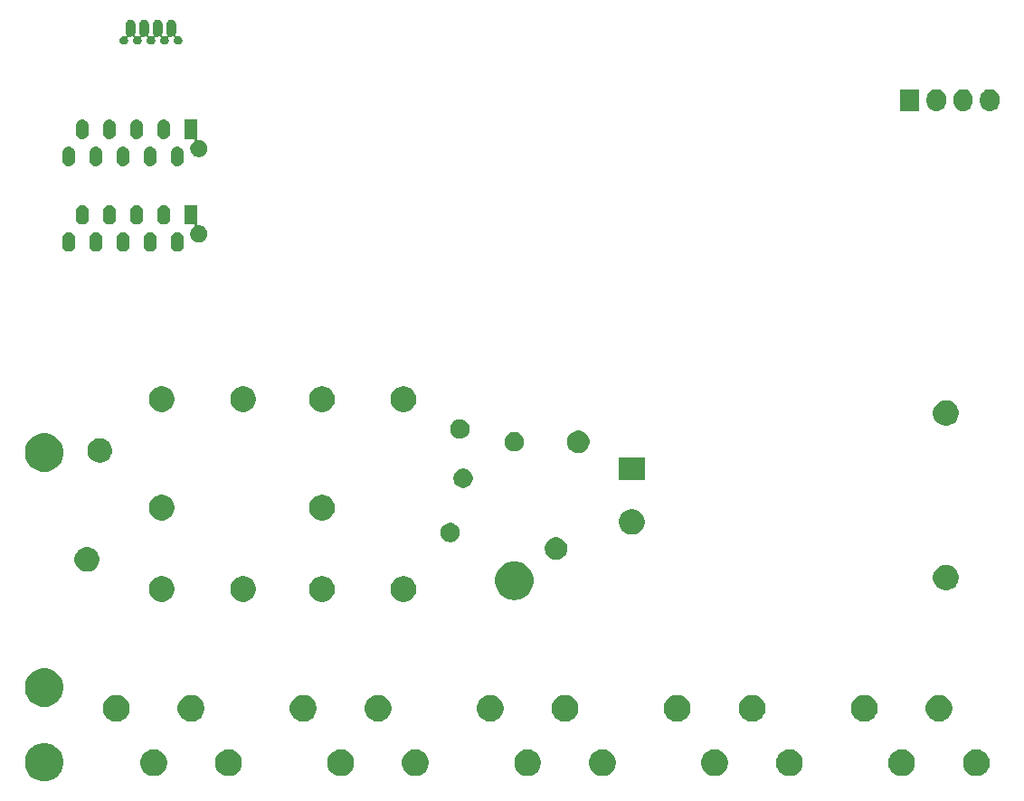
<source format=gbr>
G04 #@! TF.GenerationSoftware,KiCad,Pcbnew,5.1.4+dfsg1-1*
G04 #@! TF.CreationDate,2020-01-26T17:09:30+03:00*
G04 #@! TF.ProjectId,smart-roller-gate-controller,736d6172-742d-4726-9f6c-6c65722d6761,rev?*
G04 #@! TF.SameCoordinates,Original*
G04 #@! TF.FileFunction,Soldermask,Bot*
G04 #@! TF.FilePolarity,Negative*
%FSLAX46Y46*%
G04 Gerber Fmt 4.6, Leading zero omitted, Abs format (unit mm)*
G04 Created by KiCad (PCBNEW 5.1.4+dfsg1-1) date 2020-01-26 17:09:30*
%MOMM*%
%LPD*%
G04 APERTURE LIST*
%ADD10C,0.100000*%
G04 APERTURE END LIST*
D10*
G36*
X103226905Y-168208789D02*
G01*
X103525350Y-168268153D01*
X103853122Y-168403921D01*
X104148109Y-168601025D01*
X104398975Y-168851891D01*
X104596079Y-169146878D01*
X104731847Y-169474650D01*
X104801060Y-169822611D01*
X104801060Y-170177389D01*
X104731847Y-170525350D01*
X104596079Y-170853122D01*
X104398975Y-171148109D01*
X104148109Y-171398975D01*
X103853122Y-171596079D01*
X103525350Y-171731847D01*
X103226905Y-171791211D01*
X103177390Y-171801060D01*
X102822610Y-171801060D01*
X102773095Y-171791211D01*
X102474650Y-171731847D01*
X102146878Y-171596079D01*
X101851891Y-171398975D01*
X101601025Y-171148109D01*
X101403921Y-170853122D01*
X101268153Y-170525350D01*
X101198940Y-170177389D01*
X101198940Y-169822611D01*
X101268153Y-169474650D01*
X101403921Y-169146878D01*
X101601025Y-168851891D01*
X101851891Y-168601025D01*
X102146878Y-168403921D01*
X102474650Y-168268153D01*
X102773095Y-168208789D01*
X102822610Y-168198940D01*
X103177390Y-168198940D01*
X103226905Y-168208789D01*
X103226905Y-168208789D01*
G37*
G36*
X190614903Y-168847075D02*
G01*
X190842571Y-168941378D01*
X191047466Y-169078285D01*
X191221715Y-169252534D01*
X191221716Y-169252536D01*
X191358623Y-169457431D01*
X191452925Y-169685097D01*
X191501000Y-169926786D01*
X191501000Y-170173214D01*
X191452925Y-170414903D01*
X191407177Y-170525350D01*
X191358622Y-170642571D01*
X191221715Y-170847466D01*
X191047466Y-171021715D01*
X190842571Y-171158622D01*
X190842570Y-171158623D01*
X190842569Y-171158623D01*
X190614903Y-171252925D01*
X190373214Y-171301000D01*
X190126786Y-171301000D01*
X189885097Y-171252925D01*
X189657431Y-171158623D01*
X189657430Y-171158623D01*
X189657429Y-171158622D01*
X189452534Y-171021715D01*
X189278285Y-170847466D01*
X189141378Y-170642571D01*
X189092824Y-170525350D01*
X189047075Y-170414903D01*
X188999000Y-170173214D01*
X188999000Y-169926786D01*
X189047075Y-169685097D01*
X189141377Y-169457431D01*
X189278284Y-169252536D01*
X189278285Y-169252534D01*
X189452534Y-169078285D01*
X189657429Y-168941378D01*
X189885097Y-168847075D01*
X190126786Y-168799000D01*
X190373214Y-168799000D01*
X190614903Y-168847075D01*
X190614903Y-168847075D01*
G37*
G36*
X173114903Y-168847075D02*
G01*
X173342571Y-168941378D01*
X173547466Y-169078285D01*
X173721715Y-169252534D01*
X173721716Y-169252536D01*
X173858623Y-169457431D01*
X173952925Y-169685097D01*
X174001000Y-169926786D01*
X174001000Y-170173214D01*
X173952925Y-170414903D01*
X173907177Y-170525350D01*
X173858622Y-170642571D01*
X173721715Y-170847466D01*
X173547466Y-171021715D01*
X173342571Y-171158622D01*
X173342570Y-171158623D01*
X173342569Y-171158623D01*
X173114903Y-171252925D01*
X172873214Y-171301000D01*
X172626786Y-171301000D01*
X172385097Y-171252925D01*
X172157431Y-171158623D01*
X172157430Y-171158623D01*
X172157429Y-171158622D01*
X171952534Y-171021715D01*
X171778285Y-170847466D01*
X171641378Y-170642571D01*
X171592824Y-170525350D01*
X171547075Y-170414903D01*
X171499000Y-170173214D01*
X171499000Y-169926786D01*
X171547075Y-169685097D01*
X171641377Y-169457431D01*
X171778284Y-169252536D01*
X171778285Y-169252534D01*
X171952534Y-169078285D01*
X172157429Y-168941378D01*
X172385097Y-168847075D01*
X172626786Y-168799000D01*
X172873214Y-168799000D01*
X173114903Y-168847075D01*
X173114903Y-168847075D01*
G37*
G36*
X166114903Y-168847075D02*
G01*
X166342571Y-168941378D01*
X166547466Y-169078285D01*
X166721715Y-169252534D01*
X166721716Y-169252536D01*
X166858623Y-169457431D01*
X166952925Y-169685097D01*
X167001000Y-169926786D01*
X167001000Y-170173214D01*
X166952925Y-170414903D01*
X166907177Y-170525350D01*
X166858622Y-170642571D01*
X166721715Y-170847466D01*
X166547466Y-171021715D01*
X166342571Y-171158622D01*
X166342570Y-171158623D01*
X166342569Y-171158623D01*
X166114903Y-171252925D01*
X165873214Y-171301000D01*
X165626786Y-171301000D01*
X165385097Y-171252925D01*
X165157431Y-171158623D01*
X165157430Y-171158623D01*
X165157429Y-171158622D01*
X164952534Y-171021715D01*
X164778285Y-170847466D01*
X164641378Y-170642571D01*
X164592824Y-170525350D01*
X164547075Y-170414903D01*
X164499000Y-170173214D01*
X164499000Y-169926786D01*
X164547075Y-169685097D01*
X164641377Y-169457431D01*
X164778284Y-169252536D01*
X164778285Y-169252534D01*
X164952534Y-169078285D01*
X165157429Y-168941378D01*
X165385097Y-168847075D01*
X165626786Y-168799000D01*
X165873214Y-168799000D01*
X166114903Y-168847075D01*
X166114903Y-168847075D01*
G37*
G36*
X148614903Y-168847075D02*
G01*
X148842571Y-168941378D01*
X149047466Y-169078285D01*
X149221715Y-169252534D01*
X149221716Y-169252536D01*
X149358623Y-169457431D01*
X149452925Y-169685097D01*
X149501000Y-169926786D01*
X149501000Y-170173214D01*
X149452925Y-170414903D01*
X149407177Y-170525350D01*
X149358622Y-170642571D01*
X149221715Y-170847466D01*
X149047466Y-171021715D01*
X148842571Y-171158622D01*
X148842570Y-171158623D01*
X148842569Y-171158623D01*
X148614903Y-171252925D01*
X148373214Y-171301000D01*
X148126786Y-171301000D01*
X147885097Y-171252925D01*
X147657431Y-171158623D01*
X147657430Y-171158623D01*
X147657429Y-171158622D01*
X147452534Y-171021715D01*
X147278285Y-170847466D01*
X147141378Y-170642571D01*
X147092824Y-170525350D01*
X147047075Y-170414903D01*
X146999000Y-170173214D01*
X146999000Y-169926786D01*
X147047075Y-169685097D01*
X147141377Y-169457431D01*
X147278284Y-169252536D01*
X147278285Y-169252534D01*
X147452534Y-169078285D01*
X147657429Y-168941378D01*
X147885097Y-168847075D01*
X148126786Y-168799000D01*
X148373214Y-168799000D01*
X148614903Y-168847075D01*
X148614903Y-168847075D01*
G37*
G36*
X155614903Y-168847075D02*
G01*
X155842571Y-168941378D01*
X156047466Y-169078285D01*
X156221715Y-169252534D01*
X156221716Y-169252536D01*
X156358623Y-169457431D01*
X156452925Y-169685097D01*
X156501000Y-169926786D01*
X156501000Y-170173214D01*
X156452925Y-170414903D01*
X156407177Y-170525350D01*
X156358622Y-170642571D01*
X156221715Y-170847466D01*
X156047466Y-171021715D01*
X155842571Y-171158622D01*
X155842570Y-171158623D01*
X155842569Y-171158623D01*
X155614903Y-171252925D01*
X155373214Y-171301000D01*
X155126786Y-171301000D01*
X154885097Y-171252925D01*
X154657431Y-171158623D01*
X154657430Y-171158623D01*
X154657429Y-171158622D01*
X154452534Y-171021715D01*
X154278285Y-170847466D01*
X154141378Y-170642571D01*
X154092824Y-170525350D01*
X154047075Y-170414903D01*
X153999000Y-170173214D01*
X153999000Y-169926786D01*
X154047075Y-169685097D01*
X154141377Y-169457431D01*
X154278284Y-169252536D01*
X154278285Y-169252534D01*
X154452534Y-169078285D01*
X154657429Y-168941378D01*
X154885097Y-168847075D01*
X155126786Y-168799000D01*
X155373214Y-168799000D01*
X155614903Y-168847075D01*
X155614903Y-168847075D01*
G37*
G36*
X138114903Y-168847075D02*
G01*
X138342571Y-168941378D01*
X138547466Y-169078285D01*
X138721715Y-169252534D01*
X138721716Y-169252536D01*
X138858623Y-169457431D01*
X138952925Y-169685097D01*
X139001000Y-169926786D01*
X139001000Y-170173214D01*
X138952925Y-170414903D01*
X138907177Y-170525350D01*
X138858622Y-170642571D01*
X138721715Y-170847466D01*
X138547466Y-171021715D01*
X138342571Y-171158622D01*
X138342570Y-171158623D01*
X138342569Y-171158623D01*
X138114903Y-171252925D01*
X137873214Y-171301000D01*
X137626786Y-171301000D01*
X137385097Y-171252925D01*
X137157431Y-171158623D01*
X137157430Y-171158623D01*
X137157429Y-171158622D01*
X136952534Y-171021715D01*
X136778285Y-170847466D01*
X136641378Y-170642571D01*
X136592824Y-170525350D01*
X136547075Y-170414903D01*
X136499000Y-170173214D01*
X136499000Y-169926786D01*
X136547075Y-169685097D01*
X136641377Y-169457431D01*
X136778284Y-169252536D01*
X136778285Y-169252534D01*
X136952534Y-169078285D01*
X137157429Y-168941378D01*
X137385097Y-168847075D01*
X137626786Y-168799000D01*
X137873214Y-168799000D01*
X138114903Y-168847075D01*
X138114903Y-168847075D01*
G37*
G36*
X113614903Y-168847075D02*
G01*
X113842571Y-168941378D01*
X114047466Y-169078285D01*
X114221715Y-169252534D01*
X114221716Y-169252536D01*
X114358623Y-169457431D01*
X114452925Y-169685097D01*
X114501000Y-169926786D01*
X114501000Y-170173214D01*
X114452925Y-170414903D01*
X114407177Y-170525350D01*
X114358622Y-170642571D01*
X114221715Y-170847466D01*
X114047466Y-171021715D01*
X113842571Y-171158622D01*
X113842570Y-171158623D01*
X113842569Y-171158623D01*
X113614903Y-171252925D01*
X113373214Y-171301000D01*
X113126786Y-171301000D01*
X112885097Y-171252925D01*
X112657431Y-171158623D01*
X112657430Y-171158623D01*
X112657429Y-171158622D01*
X112452534Y-171021715D01*
X112278285Y-170847466D01*
X112141378Y-170642571D01*
X112092824Y-170525350D01*
X112047075Y-170414903D01*
X111999000Y-170173214D01*
X111999000Y-169926786D01*
X112047075Y-169685097D01*
X112141377Y-169457431D01*
X112278284Y-169252536D01*
X112278285Y-169252534D01*
X112452534Y-169078285D01*
X112657429Y-168941378D01*
X112885097Y-168847075D01*
X113126786Y-168799000D01*
X113373214Y-168799000D01*
X113614903Y-168847075D01*
X113614903Y-168847075D01*
G37*
G36*
X120614903Y-168847075D02*
G01*
X120842571Y-168941378D01*
X121047466Y-169078285D01*
X121221715Y-169252534D01*
X121221716Y-169252536D01*
X121358623Y-169457431D01*
X121452925Y-169685097D01*
X121501000Y-169926786D01*
X121501000Y-170173214D01*
X121452925Y-170414903D01*
X121407177Y-170525350D01*
X121358622Y-170642571D01*
X121221715Y-170847466D01*
X121047466Y-171021715D01*
X120842571Y-171158622D01*
X120842570Y-171158623D01*
X120842569Y-171158623D01*
X120614903Y-171252925D01*
X120373214Y-171301000D01*
X120126786Y-171301000D01*
X119885097Y-171252925D01*
X119657431Y-171158623D01*
X119657430Y-171158623D01*
X119657429Y-171158622D01*
X119452534Y-171021715D01*
X119278285Y-170847466D01*
X119141378Y-170642571D01*
X119092824Y-170525350D01*
X119047075Y-170414903D01*
X118999000Y-170173214D01*
X118999000Y-169926786D01*
X119047075Y-169685097D01*
X119141377Y-169457431D01*
X119278284Y-169252536D01*
X119278285Y-169252534D01*
X119452534Y-169078285D01*
X119657429Y-168941378D01*
X119885097Y-168847075D01*
X120126786Y-168799000D01*
X120373214Y-168799000D01*
X120614903Y-168847075D01*
X120614903Y-168847075D01*
G37*
G36*
X183614903Y-168847075D02*
G01*
X183842571Y-168941378D01*
X184047466Y-169078285D01*
X184221715Y-169252534D01*
X184221716Y-169252536D01*
X184358623Y-169457431D01*
X184452925Y-169685097D01*
X184501000Y-169926786D01*
X184501000Y-170173214D01*
X184452925Y-170414903D01*
X184407177Y-170525350D01*
X184358622Y-170642571D01*
X184221715Y-170847466D01*
X184047466Y-171021715D01*
X183842571Y-171158622D01*
X183842570Y-171158623D01*
X183842569Y-171158623D01*
X183614903Y-171252925D01*
X183373214Y-171301000D01*
X183126786Y-171301000D01*
X182885097Y-171252925D01*
X182657431Y-171158623D01*
X182657430Y-171158623D01*
X182657429Y-171158622D01*
X182452534Y-171021715D01*
X182278285Y-170847466D01*
X182141378Y-170642571D01*
X182092824Y-170525350D01*
X182047075Y-170414903D01*
X181999000Y-170173214D01*
X181999000Y-169926786D01*
X182047075Y-169685097D01*
X182141377Y-169457431D01*
X182278284Y-169252536D01*
X182278285Y-169252534D01*
X182452534Y-169078285D01*
X182657429Y-168941378D01*
X182885097Y-168847075D01*
X183126786Y-168799000D01*
X183373214Y-168799000D01*
X183614903Y-168847075D01*
X183614903Y-168847075D01*
G37*
G36*
X131114903Y-168847075D02*
G01*
X131342571Y-168941378D01*
X131547466Y-169078285D01*
X131721715Y-169252534D01*
X131721716Y-169252536D01*
X131858623Y-169457431D01*
X131952925Y-169685097D01*
X132001000Y-169926786D01*
X132001000Y-170173214D01*
X131952925Y-170414903D01*
X131907177Y-170525350D01*
X131858622Y-170642571D01*
X131721715Y-170847466D01*
X131547466Y-171021715D01*
X131342571Y-171158622D01*
X131342570Y-171158623D01*
X131342569Y-171158623D01*
X131114903Y-171252925D01*
X130873214Y-171301000D01*
X130626786Y-171301000D01*
X130385097Y-171252925D01*
X130157431Y-171158623D01*
X130157430Y-171158623D01*
X130157429Y-171158622D01*
X129952534Y-171021715D01*
X129778285Y-170847466D01*
X129641378Y-170642571D01*
X129592824Y-170525350D01*
X129547075Y-170414903D01*
X129499000Y-170173214D01*
X129499000Y-169926786D01*
X129547075Y-169685097D01*
X129641377Y-169457431D01*
X129778284Y-169252536D01*
X129778285Y-169252534D01*
X129952534Y-169078285D01*
X130157429Y-168941378D01*
X130385097Y-168847075D01*
X130626786Y-168799000D01*
X130873214Y-168799000D01*
X131114903Y-168847075D01*
X131114903Y-168847075D01*
G37*
G36*
X127614903Y-163747075D02*
G01*
X127842571Y-163841378D01*
X128047466Y-163978285D01*
X128221715Y-164152534D01*
X128221716Y-164152536D01*
X128358623Y-164357431D01*
X128375831Y-164398975D01*
X128452925Y-164585097D01*
X128501000Y-164826787D01*
X128501000Y-165073213D01*
X128452925Y-165314903D01*
X128358622Y-165542571D01*
X128221715Y-165747466D01*
X128047466Y-165921715D01*
X127842571Y-166058622D01*
X127842570Y-166058623D01*
X127842569Y-166058623D01*
X127614903Y-166152925D01*
X127373214Y-166201000D01*
X127126786Y-166201000D01*
X126885097Y-166152925D01*
X126657431Y-166058623D01*
X126657430Y-166058623D01*
X126657429Y-166058622D01*
X126452534Y-165921715D01*
X126278285Y-165747466D01*
X126141378Y-165542571D01*
X126047075Y-165314903D01*
X125999000Y-165073213D01*
X125999000Y-164826787D01*
X126047075Y-164585097D01*
X126124169Y-164398975D01*
X126141377Y-164357431D01*
X126278284Y-164152536D01*
X126278285Y-164152534D01*
X126452534Y-163978285D01*
X126657429Y-163841378D01*
X126885097Y-163747075D01*
X127126786Y-163699000D01*
X127373214Y-163699000D01*
X127614903Y-163747075D01*
X127614903Y-163747075D01*
G37*
G36*
X169614903Y-163747075D02*
G01*
X169842571Y-163841378D01*
X170047466Y-163978285D01*
X170221715Y-164152534D01*
X170221716Y-164152536D01*
X170358623Y-164357431D01*
X170375831Y-164398975D01*
X170452925Y-164585097D01*
X170501000Y-164826787D01*
X170501000Y-165073213D01*
X170452925Y-165314903D01*
X170358622Y-165542571D01*
X170221715Y-165747466D01*
X170047466Y-165921715D01*
X169842571Y-166058622D01*
X169842570Y-166058623D01*
X169842569Y-166058623D01*
X169614903Y-166152925D01*
X169373214Y-166201000D01*
X169126786Y-166201000D01*
X168885097Y-166152925D01*
X168657431Y-166058623D01*
X168657430Y-166058623D01*
X168657429Y-166058622D01*
X168452534Y-165921715D01*
X168278285Y-165747466D01*
X168141378Y-165542571D01*
X168047075Y-165314903D01*
X167999000Y-165073213D01*
X167999000Y-164826787D01*
X168047075Y-164585097D01*
X168124169Y-164398975D01*
X168141377Y-164357431D01*
X168278284Y-164152536D01*
X168278285Y-164152534D01*
X168452534Y-163978285D01*
X168657429Y-163841378D01*
X168885097Y-163747075D01*
X169126786Y-163699000D01*
X169373214Y-163699000D01*
X169614903Y-163747075D01*
X169614903Y-163747075D01*
G37*
G36*
X180114903Y-163747075D02*
G01*
X180342571Y-163841378D01*
X180547466Y-163978285D01*
X180721715Y-164152534D01*
X180721716Y-164152536D01*
X180858623Y-164357431D01*
X180875831Y-164398975D01*
X180952925Y-164585097D01*
X181001000Y-164826787D01*
X181001000Y-165073213D01*
X180952925Y-165314903D01*
X180858622Y-165542571D01*
X180721715Y-165747466D01*
X180547466Y-165921715D01*
X180342571Y-166058622D01*
X180342570Y-166058623D01*
X180342569Y-166058623D01*
X180114903Y-166152925D01*
X179873214Y-166201000D01*
X179626786Y-166201000D01*
X179385097Y-166152925D01*
X179157431Y-166058623D01*
X179157430Y-166058623D01*
X179157429Y-166058622D01*
X178952534Y-165921715D01*
X178778285Y-165747466D01*
X178641378Y-165542571D01*
X178547075Y-165314903D01*
X178499000Y-165073213D01*
X178499000Y-164826787D01*
X178547075Y-164585097D01*
X178624169Y-164398975D01*
X178641377Y-164357431D01*
X178778284Y-164152536D01*
X178778285Y-164152534D01*
X178952534Y-163978285D01*
X179157429Y-163841378D01*
X179385097Y-163747075D01*
X179626786Y-163699000D01*
X179873214Y-163699000D01*
X180114903Y-163747075D01*
X180114903Y-163747075D01*
G37*
G36*
X187114903Y-163747075D02*
G01*
X187342571Y-163841378D01*
X187547466Y-163978285D01*
X187721715Y-164152534D01*
X187721716Y-164152536D01*
X187858623Y-164357431D01*
X187875831Y-164398975D01*
X187952925Y-164585097D01*
X188001000Y-164826787D01*
X188001000Y-165073213D01*
X187952925Y-165314903D01*
X187858622Y-165542571D01*
X187721715Y-165747466D01*
X187547466Y-165921715D01*
X187342571Y-166058622D01*
X187342570Y-166058623D01*
X187342569Y-166058623D01*
X187114903Y-166152925D01*
X186873214Y-166201000D01*
X186626786Y-166201000D01*
X186385097Y-166152925D01*
X186157431Y-166058623D01*
X186157430Y-166058623D01*
X186157429Y-166058622D01*
X185952534Y-165921715D01*
X185778285Y-165747466D01*
X185641378Y-165542571D01*
X185547075Y-165314903D01*
X185499000Y-165073213D01*
X185499000Y-164826787D01*
X185547075Y-164585097D01*
X185624169Y-164398975D01*
X185641377Y-164357431D01*
X185778284Y-164152536D01*
X185778285Y-164152534D01*
X185952534Y-163978285D01*
X186157429Y-163841378D01*
X186385097Y-163747075D01*
X186626786Y-163699000D01*
X186873214Y-163699000D01*
X187114903Y-163747075D01*
X187114903Y-163747075D01*
G37*
G36*
X117114903Y-163747075D02*
G01*
X117342571Y-163841378D01*
X117547466Y-163978285D01*
X117721715Y-164152534D01*
X117721716Y-164152536D01*
X117858623Y-164357431D01*
X117875831Y-164398975D01*
X117952925Y-164585097D01*
X118001000Y-164826787D01*
X118001000Y-165073213D01*
X117952925Y-165314903D01*
X117858622Y-165542571D01*
X117721715Y-165747466D01*
X117547466Y-165921715D01*
X117342571Y-166058622D01*
X117342570Y-166058623D01*
X117342569Y-166058623D01*
X117114903Y-166152925D01*
X116873214Y-166201000D01*
X116626786Y-166201000D01*
X116385097Y-166152925D01*
X116157431Y-166058623D01*
X116157430Y-166058623D01*
X116157429Y-166058622D01*
X115952534Y-165921715D01*
X115778285Y-165747466D01*
X115641378Y-165542571D01*
X115547075Y-165314903D01*
X115499000Y-165073213D01*
X115499000Y-164826787D01*
X115547075Y-164585097D01*
X115624169Y-164398975D01*
X115641377Y-164357431D01*
X115778284Y-164152536D01*
X115778285Y-164152534D01*
X115952534Y-163978285D01*
X116157429Y-163841378D01*
X116385097Y-163747075D01*
X116626786Y-163699000D01*
X116873214Y-163699000D01*
X117114903Y-163747075D01*
X117114903Y-163747075D01*
G37*
G36*
X110114903Y-163747075D02*
G01*
X110342571Y-163841378D01*
X110547466Y-163978285D01*
X110721715Y-164152534D01*
X110721716Y-164152536D01*
X110858623Y-164357431D01*
X110875831Y-164398975D01*
X110952925Y-164585097D01*
X111001000Y-164826787D01*
X111001000Y-165073213D01*
X110952925Y-165314903D01*
X110858622Y-165542571D01*
X110721715Y-165747466D01*
X110547466Y-165921715D01*
X110342571Y-166058622D01*
X110342570Y-166058623D01*
X110342569Y-166058623D01*
X110114903Y-166152925D01*
X109873214Y-166201000D01*
X109626786Y-166201000D01*
X109385097Y-166152925D01*
X109157431Y-166058623D01*
X109157430Y-166058623D01*
X109157429Y-166058622D01*
X108952534Y-165921715D01*
X108778285Y-165747466D01*
X108641378Y-165542571D01*
X108547075Y-165314903D01*
X108499000Y-165073213D01*
X108499000Y-164826787D01*
X108547075Y-164585097D01*
X108624169Y-164398975D01*
X108641377Y-164357431D01*
X108778284Y-164152536D01*
X108778285Y-164152534D01*
X108952534Y-163978285D01*
X109157429Y-163841378D01*
X109385097Y-163747075D01*
X109626786Y-163699000D01*
X109873214Y-163699000D01*
X110114903Y-163747075D01*
X110114903Y-163747075D01*
G37*
G36*
X152114903Y-163747075D02*
G01*
X152342571Y-163841378D01*
X152547466Y-163978285D01*
X152721715Y-164152534D01*
X152721716Y-164152536D01*
X152858623Y-164357431D01*
X152875831Y-164398975D01*
X152952925Y-164585097D01*
X153001000Y-164826787D01*
X153001000Y-165073213D01*
X152952925Y-165314903D01*
X152858622Y-165542571D01*
X152721715Y-165747466D01*
X152547466Y-165921715D01*
X152342571Y-166058622D01*
X152342570Y-166058623D01*
X152342569Y-166058623D01*
X152114903Y-166152925D01*
X151873214Y-166201000D01*
X151626786Y-166201000D01*
X151385097Y-166152925D01*
X151157431Y-166058623D01*
X151157430Y-166058623D01*
X151157429Y-166058622D01*
X150952534Y-165921715D01*
X150778285Y-165747466D01*
X150641378Y-165542571D01*
X150547075Y-165314903D01*
X150499000Y-165073213D01*
X150499000Y-164826787D01*
X150547075Y-164585097D01*
X150624169Y-164398975D01*
X150641377Y-164357431D01*
X150778284Y-164152536D01*
X150778285Y-164152534D01*
X150952534Y-163978285D01*
X151157429Y-163841378D01*
X151385097Y-163747075D01*
X151626786Y-163699000D01*
X151873214Y-163699000D01*
X152114903Y-163747075D01*
X152114903Y-163747075D01*
G37*
G36*
X145114903Y-163747075D02*
G01*
X145342571Y-163841378D01*
X145547466Y-163978285D01*
X145721715Y-164152534D01*
X145721716Y-164152536D01*
X145858623Y-164357431D01*
X145875831Y-164398975D01*
X145952925Y-164585097D01*
X146001000Y-164826787D01*
X146001000Y-165073213D01*
X145952925Y-165314903D01*
X145858622Y-165542571D01*
X145721715Y-165747466D01*
X145547466Y-165921715D01*
X145342571Y-166058622D01*
X145342570Y-166058623D01*
X145342569Y-166058623D01*
X145114903Y-166152925D01*
X144873214Y-166201000D01*
X144626786Y-166201000D01*
X144385097Y-166152925D01*
X144157431Y-166058623D01*
X144157430Y-166058623D01*
X144157429Y-166058622D01*
X143952534Y-165921715D01*
X143778285Y-165747466D01*
X143641378Y-165542571D01*
X143547075Y-165314903D01*
X143499000Y-165073213D01*
X143499000Y-164826787D01*
X143547075Y-164585097D01*
X143624169Y-164398975D01*
X143641377Y-164357431D01*
X143778284Y-164152536D01*
X143778285Y-164152534D01*
X143952534Y-163978285D01*
X144157429Y-163841378D01*
X144385097Y-163747075D01*
X144626786Y-163699000D01*
X144873214Y-163699000D01*
X145114903Y-163747075D01*
X145114903Y-163747075D01*
G37*
G36*
X162614903Y-163747075D02*
G01*
X162842571Y-163841378D01*
X163047466Y-163978285D01*
X163221715Y-164152534D01*
X163221716Y-164152536D01*
X163358623Y-164357431D01*
X163375831Y-164398975D01*
X163452925Y-164585097D01*
X163501000Y-164826787D01*
X163501000Y-165073213D01*
X163452925Y-165314903D01*
X163358622Y-165542571D01*
X163221715Y-165747466D01*
X163047466Y-165921715D01*
X162842571Y-166058622D01*
X162842570Y-166058623D01*
X162842569Y-166058623D01*
X162614903Y-166152925D01*
X162373214Y-166201000D01*
X162126786Y-166201000D01*
X161885097Y-166152925D01*
X161657431Y-166058623D01*
X161657430Y-166058623D01*
X161657429Y-166058622D01*
X161452534Y-165921715D01*
X161278285Y-165747466D01*
X161141378Y-165542571D01*
X161047075Y-165314903D01*
X160999000Y-165073213D01*
X160999000Y-164826787D01*
X161047075Y-164585097D01*
X161124169Y-164398975D01*
X161141377Y-164357431D01*
X161278284Y-164152536D01*
X161278285Y-164152534D01*
X161452534Y-163978285D01*
X161657429Y-163841378D01*
X161885097Y-163747075D01*
X162126786Y-163699000D01*
X162373214Y-163699000D01*
X162614903Y-163747075D01*
X162614903Y-163747075D01*
G37*
G36*
X134614903Y-163747075D02*
G01*
X134842571Y-163841378D01*
X135047466Y-163978285D01*
X135221715Y-164152534D01*
X135221716Y-164152536D01*
X135358623Y-164357431D01*
X135375831Y-164398975D01*
X135452925Y-164585097D01*
X135501000Y-164826787D01*
X135501000Y-165073213D01*
X135452925Y-165314903D01*
X135358622Y-165542571D01*
X135221715Y-165747466D01*
X135047466Y-165921715D01*
X134842571Y-166058622D01*
X134842570Y-166058623D01*
X134842569Y-166058623D01*
X134614903Y-166152925D01*
X134373214Y-166201000D01*
X134126786Y-166201000D01*
X133885097Y-166152925D01*
X133657431Y-166058623D01*
X133657430Y-166058623D01*
X133657429Y-166058622D01*
X133452534Y-165921715D01*
X133278285Y-165747466D01*
X133141378Y-165542571D01*
X133047075Y-165314903D01*
X132999000Y-165073213D01*
X132999000Y-164826787D01*
X133047075Y-164585097D01*
X133124169Y-164398975D01*
X133141377Y-164357431D01*
X133278284Y-164152536D01*
X133278285Y-164152534D01*
X133452534Y-163978285D01*
X133657429Y-163841378D01*
X133885097Y-163747075D01*
X134126786Y-163699000D01*
X134373214Y-163699000D01*
X134614903Y-163747075D01*
X134614903Y-163747075D01*
G37*
G36*
X103226905Y-161208789D02*
G01*
X103525350Y-161268153D01*
X103853122Y-161403921D01*
X104148109Y-161601025D01*
X104398975Y-161851891D01*
X104596079Y-162146878D01*
X104731847Y-162474650D01*
X104801060Y-162822611D01*
X104801060Y-163177389D01*
X104731847Y-163525350D01*
X104596079Y-163853122D01*
X104398975Y-164148109D01*
X104148109Y-164398975D01*
X103853122Y-164596079D01*
X103525350Y-164731847D01*
X103226905Y-164791211D01*
X103177390Y-164801060D01*
X102822610Y-164801060D01*
X102773095Y-164791211D01*
X102474650Y-164731847D01*
X102146878Y-164596079D01*
X101851891Y-164398975D01*
X101601025Y-164148109D01*
X101403921Y-163853122D01*
X101268153Y-163525350D01*
X101198940Y-163177389D01*
X101198940Y-162822611D01*
X101268153Y-162474650D01*
X101403921Y-162146878D01*
X101601025Y-161851891D01*
X101851891Y-161601025D01*
X102146878Y-161403921D01*
X102474650Y-161268153D01*
X102773095Y-161208789D01*
X102822610Y-161198940D01*
X103177390Y-161198940D01*
X103226905Y-161208789D01*
X103226905Y-161208789D01*
G37*
G36*
X114350318Y-152625153D02*
G01*
X114568885Y-152715687D01*
X114568887Y-152715688D01*
X114765593Y-152847122D01*
X114932878Y-153014407D01*
X114956873Y-153050319D01*
X115064313Y-153211115D01*
X115154847Y-153429682D01*
X115201000Y-153661710D01*
X115201000Y-153898290D01*
X115154847Y-154130318D01*
X115064313Y-154348885D01*
X115064312Y-154348887D01*
X114932878Y-154545593D01*
X114765593Y-154712878D01*
X114568887Y-154844312D01*
X114568886Y-154844313D01*
X114568885Y-154844313D01*
X114350318Y-154934847D01*
X114118290Y-154981000D01*
X113881710Y-154981000D01*
X113649682Y-154934847D01*
X113431115Y-154844313D01*
X113431114Y-154844313D01*
X113431113Y-154844312D01*
X113234407Y-154712878D01*
X113067122Y-154545593D01*
X112935688Y-154348887D01*
X112935687Y-154348885D01*
X112845153Y-154130318D01*
X112799000Y-153898290D01*
X112799000Y-153661710D01*
X112845153Y-153429682D01*
X112935687Y-153211115D01*
X113043127Y-153050319D01*
X113067122Y-153014407D01*
X113234407Y-152847122D01*
X113431113Y-152715688D01*
X113431115Y-152715687D01*
X113649682Y-152625153D01*
X113881710Y-152579000D01*
X114118290Y-152579000D01*
X114350318Y-152625153D01*
X114350318Y-152625153D01*
G37*
G36*
X121970318Y-152625153D02*
G01*
X122188885Y-152715687D01*
X122188887Y-152715688D01*
X122385593Y-152847122D01*
X122552878Y-153014407D01*
X122576873Y-153050319D01*
X122684313Y-153211115D01*
X122774847Y-153429682D01*
X122821000Y-153661710D01*
X122821000Y-153898290D01*
X122774847Y-154130318D01*
X122684313Y-154348885D01*
X122684312Y-154348887D01*
X122552878Y-154545593D01*
X122385593Y-154712878D01*
X122188887Y-154844312D01*
X122188886Y-154844313D01*
X122188885Y-154844313D01*
X121970318Y-154934847D01*
X121738290Y-154981000D01*
X121501710Y-154981000D01*
X121269682Y-154934847D01*
X121051115Y-154844313D01*
X121051114Y-154844313D01*
X121051113Y-154844312D01*
X120854407Y-154712878D01*
X120687122Y-154545593D01*
X120555688Y-154348887D01*
X120555687Y-154348885D01*
X120465153Y-154130318D01*
X120419000Y-153898290D01*
X120419000Y-153661710D01*
X120465153Y-153429682D01*
X120555687Y-153211115D01*
X120663127Y-153050319D01*
X120687122Y-153014407D01*
X120854407Y-152847122D01*
X121051113Y-152715688D01*
X121051115Y-152715687D01*
X121269682Y-152625153D01*
X121501710Y-152579000D01*
X121738290Y-152579000D01*
X121970318Y-152625153D01*
X121970318Y-152625153D01*
G37*
G36*
X136970318Y-152625153D02*
G01*
X137188885Y-152715687D01*
X137188887Y-152715688D01*
X137385593Y-152847122D01*
X137552878Y-153014407D01*
X137576873Y-153050319D01*
X137684313Y-153211115D01*
X137774847Y-153429682D01*
X137821000Y-153661710D01*
X137821000Y-153898290D01*
X137774847Y-154130318D01*
X137684313Y-154348885D01*
X137684312Y-154348887D01*
X137552878Y-154545593D01*
X137385593Y-154712878D01*
X137188887Y-154844312D01*
X137188886Y-154844313D01*
X137188885Y-154844313D01*
X136970318Y-154934847D01*
X136738290Y-154981000D01*
X136501710Y-154981000D01*
X136269682Y-154934847D01*
X136051115Y-154844313D01*
X136051114Y-154844313D01*
X136051113Y-154844312D01*
X135854407Y-154712878D01*
X135687122Y-154545593D01*
X135555688Y-154348887D01*
X135555687Y-154348885D01*
X135465153Y-154130318D01*
X135419000Y-153898290D01*
X135419000Y-153661710D01*
X135465153Y-153429682D01*
X135555687Y-153211115D01*
X135663127Y-153050319D01*
X135687122Y-153014407D01*
X135854407Y-152847122D01*
X136051113Y-152715688D01*
X136051115Y-152715687D01*
X136269682Y-152625153D01*
X136501710Y-152579000D01*
X136738290Y-152579000D01*
X136970318Y-152625153D01*
X136970318Y-152625153D01*
G37*
G36*
X129350318Y-152625153D02*
G01*
X129568885Y-152715687D01*
X129568887Y-152715688D01*
X129765593Y-152847122D01*
X129932878Y-153014407D01*
X129956873Y-153050319D01*
X130064313Y-153211115D01*
X130154847Y-153429682D01*
X130201000Y-153661710D01*
X130201000Y-153898290D01*
X130154847Y-154130318D01*
X130064313Y-154348885D01*
X130064312Y-154348887D01*
X129932878Y-154545593D01*
X129765593Y-154712878D01*
X129568887Y-154844312D01*
X129568886Y-154844313D01*
X129568885Y-154844313D01*
X129350318Y-154934847D01*
X129118290Y-154981000D01*
X128881710Y-154981000D01*
X128649682Y-154934847D01*
X128431115Y-154844313D01*
X128431114Y-154844313D01*
X128431113Y-154844312D01*
X128234407Y-154712878D01*
X128067122Y-154545593D01*
X127935688Y-154348887D01*
X127935687Y-154348885D01*
X127845153Y-154130318D01*
X127799000Y-153898290D01*
X127799000Y-153661710D01*
X127845153Y-153429682D01*
X127935687Y-153211115D01*
X128043127Y-153050319D01*
X128067122Y-153014407D01*
X128234407Y-152847122D01*
X128431113Y-152715688D01*
X128431115Y-152715687D01*
X128649682Y-152625153D01*
X128881710Y-152579000D01*
X129118290Y-152579000D01*
X129350318Y-152625153D01*
X129350318Y-152625153D01*
G37*
G36*
X147226905Y-151208789D02*
G01*
X147525350Y-151268153D01*
X147853122Y-151403921D01*
X148148109Y-151601025D01*
X148398975Y-151851891D01*
X148596079Y-152146878D01*
X148731847Y-152474650D01*
X148801060Y-152822611D01*
X148801060Y-153177389D01*
X148731847Y-153525350D01*
X148596079Y-153853122D01*
X148398975Y-154148109D01*
X148148109Y-154398975D01*
X147853122Y-154596079D01*
X147525350Y-154731847D01*
X147226905Y-154791211D01*
X147177390Y-154801060D01*
X146822610Y-154801060D01*
X146773095Y-154791211D01*
X146474650Y-154731847D01*
X146146878Y-154596079D01*
X145851891Y-154398975D01*
X145601025Y-154148109D01*
X145403921Y-153853122D01*
X145268153Y-153525350D01*
X145198940Y-153177389D01*
X145198940Y-152822611D01*
X145268153Y-152474650D01*
X145403921Y-152146878D01*
X145601025Y-151851891D01*
X145851891Y-151601025D01*
X146146878Y-151403921D01*
X146474650Y-151268153D01*
X146773095Y-151208789D01*
X146822610Y-151198940D01*
X147177390Y-151198940D01*
X147226905Y-151208789D01*
X147226905Y-151208789D01*
G37*
G36*
X187750318Y-151545153D02*
G01*
X187885206Y-151601026D01*
X187968887Y-151635688D01*
X188165593Y-151767122D01*
X188332878Y-151934407D01*
X188448045Y-152106768D01*
X188464313Y-152131115D01*
X188554847Y-152349682D01*
X188601000Y-152581710D01*
X188601000Y-152818290D01*
X188554847Y-153050318D01*
X188488243Y-153211113D01*
X188464312Y-153268887D01*
X188332878Y-153465593D01*
X188165593Y-153632878D01*
X187968887Y-153764312D01*
X187968886Y-153764313D01*
X187968885Y-153764313D01*
X187750318Y-153854847D01*
X187518290Y-153901000D01*
X187281710Y-153901000D01*
X187049682Y-153854847D01*
X186831115Y-153764313D01*
X186831114Y-153764313D01*
X186831113Y-153764312D01*
X186634407Y-153632878D01*
X186467122Y-153465593D01*
X186335688Y-153268887D01*
X186311757Y-153211113D01*
X186245153Y-153050318D01*
X186199000Y-152818290D01*
X186199000Y-152581710D01*
X186245153Y-152349682D01*
X186335687Y-152131115D01*
X186351955Y-152106768D01*
X186467122Y-151934407D01*
X186634407Y-151767122D01*
X186831113Y-151635688D01*
X186914794Y-151601026D01*
X187049682Y-151545153D01*
X187281710Y-151499000D01*
X187518290Y-151499000D01*
X187750318Y-151545153D01*
X187750318Y-151545153D01*
G37*
G36*
X107224549Y-149871116D02*
G01*
X107335734Y-149893232D01*
X107545203Y-149979997D01*
X107733720Y-150105960D01*
X107894040Y-150266280D01*
X108020003Y-150454797D01*
X108106768Y-150664266D01*
X108151000Y-150886636D01*
X108151000Y-151113364D01*
X108106768Y-151335734D01*
X108020003Y-151545203D01*
X107894040Y-151733720D01*
X107733720Y-151894040D01*
X107545203Y-152020003D01*
X107335734Y-152106768D01*
X107224549Y-152128884D01*
X107113365Y-152151000D01*
X106886635Y-152151000D01*
X106775451Y-152128884D01*
X106664266Y-152106768D01*
X106454797Y-152020003D01*
X106266280Y-151894040D01*
X106105960Y-151733720D01*
X105979997Y-151545203D01*
X105893232Y-151335734D01*
X105849000Y-151113364D01*
X105849000Y-150886636D01*
X105893232Y-150664266D01*
X105979997Y-150454797D01*
X106105960Y-150266280D01*
X106266280Y-150105960D01*
X106454797Y-149979997D01*
X106664266Y-149893232D01*
X106775451Y-149871116D01*
X106886635Y-149849000D01*
X107113365Y-149849000D01*
X107224549Y-149871116D01*
X107224549Y-149871116D01*
G37*
G36*
X151206564Y-148989389D02*
G01*
X151397833Y-149068615D01*
X151397835Y-149068616D01*
X151569973Y-149183635D01*
X151716365Y-149330027D01*
X151767129Y-149406000D01*
X151831385Y-149502167D01*
X151910611Y-149693436D01*
X151951000Y-149896484D01*
X151951000Y-150103516D01*
X151910611Y-150306564D01*
X151849211Y-150454797D01*
X151831384Y-150497835D01*
X151716365Y-150669973D01*
X151569973Y-150816365D01*
X151397835Y-150931384D01*
X151397834Y-150931385D01*
X151397833Y-150931385D01*
X151206564Y-151010611D01*
X151003516Y-151051000D01*
X150796484Y-151051000D01*
X150593436Y-151010611D01*
X150402167Y-150931385D01*
X150402166Y-150931385D01*
X150402165Y-150931384D01*
X150230027Y-150816365D01*
X150083635Y-150669973D01*
X149968616Y-150497835D01*
X149950789Y-150454797D01*
X149889389Y-150306564D01*
X149849000Y-150103516D01*
X149849000Y-149896484D01*
X149889389Y-149693436D01*
X149968615Y-149502167D01*
X150032872Y-149406000D01*
X150083635Y-149330027D01*
X150230027Y-149183635D01*
X150402165Y-149068616D01*
X150402167Y-149068615D01*
X150593436Y-148989389D01*
X150796484Y-148949000D01*
X151003516Y-148949000D01*
X151206564Y-148989389D01*
X151206564Y-148989389D01*
G37*
G36*
X141264270Y-147628816D02*
G01*
X141429153Y-147697113D01*
X141577539Y-147796261D01*
X141703739Y-147922461D01*
X141802887Y-148070847D01*
X141871184Y-148235730D01*
X141906000Y-148410765D01*
X141906000Y-148589235D01*
X141871184Y-148764270D01*
X141802887Y-148929153D01*
X141703739Y-149077539D01*
X141577539Y-149203739D01*
X141429153Y-149302887D01*
X141264270Y-149371184D01*
X141089235Y-149406000D01*
X140910765Y-149406000D01*
X140735730Y-149371184D01*
X140570847Y-149302887D01*
X140422461Y-149203739D01*
X140296261Y-149077539D01*
X140197113Y-148929153D01*
X140128816Y-148764270D01*
X140094000Y-148589235D01*
X140094000Y-148410765D01*
X140128816Y-148235730D01*
X140197113Y-148070847D01*
X140296261Y-147922461D01*
X140422461Y-147796261D01*
X140570847Y-147697113D01*
X140735730Y-147628816D01*
X140910765Y-147594000D01*
X141089235Y-147594000D01*
X141264270Y-147628816D01*
X141264270Y-147628816D01*
G37*
G36*
X158350318Y-146345153D02*
G01*
X158568885Y-146435687D01*
X158568887Y-146435688D01*
X158765593Y-146567122D01*
X158932878Y-146734407D01*
X159064312Y-146931113D01*
X159064313Y-146931115D01*
X159154847Y-147149682D01*
X159201000Y-147381710D01*
X159201000Y-147618290D01*
X159154847Y-147850318D01*
X159124965Y-147922459D01*
X159064312Y-148068887D01*
X158932878Y-148265593D01*
X158765593Y-148432878D01*
X158568887Y-148564312D01*
X158568886Y-148564313D01*
X158568885Y-148564313D01*
X158350318Y-148654847D01*
X158118290Y-148701000D01*
X157881710Y-148701000D01*
X157649682Y-148654847D01*
X157431115Y-148564313D01*
X157431114Y-148564313D01*
X157431113Y-148564312D01*
X157234407Y-148432878D01*
X157067122Y-148265593D01*
X156935688Y-148068887D01*
X156875035Y-147922459D01*
X156845153Y-147850318D01*
X156799000Y-147618290D01*
X156799000Y-147381710D01*
X156845153Y-147149682D01*
X156935687Y-146931115D01*
X156935688Y-146931113D01*
X157067122Y-146734407D01*
X157234407Y-146567122D01*
X157431113Y-146435688D01*
X157431115Y-146435687D01*
X157649682Y-146345153D01*
X157881710Y-146299000D01*
X158118290Y-146299000D01*
X158350318Y-146345153D01*
X158350318Y-146345153D01*
G37*
G36*
X129350318Y-145005153D02*
G01*
X129568885Y-145095687D01*
X129568887Y-145095688D01*
X129765593Y-145227122D01*
X129932878Y-145394407D01*
X130064312Y-145591113D01*
X130064313Y-145591115D01*
X130154847Y-145809682D01*
X130201000Y-146041710D01*
X130201000Y-146278290D01*
X130154847Y-146510318D01*
X130064313Y-146728885D01*
X130064312Y-146728887D01*
X129932878Y-146925593D01*
X129765593Y-147092878D01*
X129568887Y-147224312D01*
X129568886Y-147224313D01*
X129568885Y-147224313D01*
X129350318Y-147314847D01*
X129118290Y-147361000D01*
X128881710Y-147361000D01*
X128649682Y-147314847D01*
X128431115Y-147224313D01*
X128431114Y-147224313D01*
X128431113Y-147224312D01*
X128234407Y-147092878D01*
X128067122Y-146925593D01*
X127935688Y-146728887D01*
X127935687Y-146728885D01*
X127845153Y-146510318D01*
X127799000Y-146278290D01*
X127799000Y-146041710D01*
X127845153Y-145809682D01*
X127935687Y-145591115D01*
X127935688Y-145591113D01*
X128067122Y-145394407D01*
X128234407Y-145227122D01*
X128431113Y-145095688D01*
X128431115Y-145095687D01*
X128649682Y-145005153D01*
X128881710Y-144959000D01*
X129118290Y-144959000D01*
X129350318Y-145005153D01*
X129350318Y-145005153D01*
G37*
G36*
X114350318Y-145005153D02*
G01*
X114568885Y-145095687D01*
X114568887Y-145095688D01*
X114765593Y-145227122D01*
X114932878Y-145394407D01*
X115064312Y-145591113D01*
X115064313Y-145591115D01*
X115154847Y-145809682D01*
X115201000Y-146041710D01*
X115201000Y-146278290D01*
X115154847Y-146510318D01*
X115064313Y-146728885D01*
X115064312Y-146728887D01*
X114932878Y-146925593D01*
X114765593Y-147092878D01*
X114568887Y-147224312D01*
X114568886Y-147224313D01*
X114568885Y-147224313D01*
X114350318Y-147314847D01*
X114118290Y-147361000D01*
X113881710Y-147361000D01*
X113649682Y-147314847D01*
X113431115Y-147224313D01*
X113431114Y-147224313D01*
X113431113Y-147224312D01*
X113234407Y-147092878D01*
X113067122Y-146925593D01*
X112935688Y-146728887D01*
X112935687Y-146728885D01*
X112845153Y-146510318D01*
X112799000Y-146278290D01*
X112799000Y-146041710D01*
X112845153Y-145809682D01*
X112935687Y-145591115D01*
X112935688Y-145591113D01*
X113067122Y-145394407D01*
X113234407Y-145227122D01*
X113431113Y-145095688D01*
X113431115Y-145095687D01*
X113649682Y-145005153D01*
X113881710Y-144959000D01*
X114118290Y-144959000D01*
X114350318Y-145005153D01*
X114350318Y-145005153D01*
G37*
G36*
X142464270Y-142528816D02*
G01*
X142629153Y-142597113D01*
X142777539Y-142696261D01*
X142903739Y-142822461D01*
X143002887Y-142970847D01*
X143071184Y-143135730D01*
X143106000Y-143310765D01*
X143106000Y-143489235D01*
X143071184Y-143664270D01*
X143002887Y-143829153D01*
X142903739Y-143977539D01*
X142777539Y-144103739D01*
X142629153Y-144202887D01*
X142464270Y-144271184D01*
X142289235Y-144306000D01*
X142110765Y-144306000D01*
X141935730Y-144271184D01*
X141770847Y-144202887D01*
X141622461Y-144103739D01*
X141496261Y-143977539D01*
X141397113Y-143829153D01*
X141328816Y-143664270D01*
X141294000Y-143489235D01*
X141294000Y-143310765D01*
X141328816Y-143135730D01*
X141397113Y-142970847D01*
X141496261Y-142822461D01*
X141622461Y-142696261D01*
X141770847Y-142597113D01*
X141935730Y-142528816D01*
X142110765Y-142494000D01*
X142289235Y-142494000D01*
X142464270Y-142528816D01*
X142464270Y-142528816D01*
G37*
G36*
X159201000Y-143551000D02*
G01*
X156799000Y-143551000D01*
X156799000Y-141449000D01*
X159201000Y-141449000D01*
X159201000Y-143551000D01*
X159201000Y-143551000D01*
G37*
G36*
X103226905Y-139208789D02*
G01*
X103525350Y-139268153D01*
X103853122Y-139403921D01*
X104148109Y-139601025D01*
X104398975Y-139851891D01*
X104596079Y-140146878D01*
X104731847Y-140474650D01*
X104801060Y-140822611D01*
X104801060Y-141177389D01*
X104731847Y-141525350D01*
X104596079Y-141853122D01*
X104398975Y-142148109D01*
X104148109Y-142398975D01*
X103853122Y-142596079D01*
X103525350Y-142731847D01*
X103226905Y-142791211D01*
X103177390Y-142801060D01*
X102822610Y-142801060D01*
X102773095Y-142791211D01*
X102474650Y-142731847D01*
X102146878Y-142596079D01*
X101851891Y-142398975D01*
X101601025Y-142148109D01*
X101403921Y-141853122D01*
X101268153Y-141525350D01*
X101198940Y-141177389D01*
X101198940Y-140822611D01*
X101268153Y-140474650D01*
X101403921Y-140146878D01*
X101601025Y-139851891D01*
X101851891Y-139601025D01*
X102146878Y-139403921D01*
X102474650Y-139268153D01*
X102773095Y-139208789D01*
X102822610Y-139198940D01*
X103177390Y-139198940D01*
X103226905Y-139208789D01*
X103226905Y-139208789D01*
G37*
G36*
X108424549Y-139671116D02*
G01*
X108535734Y-139693232D01*
X108745203Y-139779997D01*
X108933720Y-139905960D01*
X109094040Y-140066280D01*
X109220003Y-140254797D01*
X109292224Y-140429153D01*
X109306768Y-140464267D01*
X109351000Y-140686635D01*
X109351000Y-140913365D01*
X109331657Y-141010610D01*
X109306768Y-141135734D01*
X109220003Y-141345203D01*
X109094040Y-141533720D01*
X108933720Y-141694040D01*
X108745203Y-141820003D01*
X108535734Y-141906768D01*
X108424549Y-141928884D01*
X108313365Y-141951000D01*
X108086635Y-141951000D01*
X107975451Y-141928884D01*
X107864266Y-141906768D01*
X107654797Y-141820003D01*
X107466280Y-141694040D01*
X107305960Y-141533720D01*
X107179997Y-141345203D01*
X107093232Y-141135734D01*
X107068343Y-141010610D01*
X107049000Y-140913365D01*
X107049000Y-140686635D01*
X107093232Y-140464267D01*
X107107777Y-140429153D01*
X107179997Y-140254797D01*
X107305960Y-140066280D01*
X107466280Y-139905960D01*
X107654797Y-139779997D01*
X107864266Y-139693232D01*
X107975451Y-139671116D01*
X108086635Y-139649000D01*
X108313365Y-139649000D01*
X108424549Y-139671116D01*
X108424549Y-139671116D01*
G37*
G36*
X153306564Y-138989389D02*
G01*
X153497833Y-139068615D01*
X153497835Y-139068616D01*
X153669973Y-139183635D01*
X153816365Y-139330027D01*
X153848112Y-139377539D01*
X153931385Y-139502167D01*
X154010611Y-139693436D01*
X154051000Y-139896484D01*
X154051000Y-140103516D01*
X154010611Y-140306564D01*
X153940987Y-140474651D01*
X153931384Y-140497835D01*
X153816365Y-140669973D01*
X153669973Y-140816365D01*
X153497835Y-140931384D01*
X153497834Y-140931385D01*
X153497833Y-140931385D01*
X153306564Y-141010611D01*
X153103516Y-141051000D01*
X152896484Y-141051000D01*
X152693436Y-141010611D01*
X152502167Y-140931385D01*
X152502166Y-140931385D01*
X152502165Y-140931384D01*
X152330027Y-140816365D01*
X152183635Y-140669973D01*
X152068616Y-140497835D01*
X152059013Y-140474651D01*
X151989389Y-140306564D01*
X151949000Y-140103516D01*
X151949000Y-139896484D01*
X151989389Y-139693436D01*
X152068615Y-139502167D01*
X152151889Y-139377539D01*
X152183635Y-139330027D01*
X152330027Y-139183635D01*
X152502165Y-139068616D01*
X152502167Y-139068615D01*
X152693436Y-138989389D01*
X152896484Y-138949000D01*
X153103516Y-138949000D01*
X153306564Y-138989389D01*
X153306564Y-138989389D01*
G37*
G36*
X147264270Y-139128816D02*
G01*
X147429153Y-139197113D01*
X147577539Y-139296261D01*
X147703739Y-139422461D01*
X147802887Y-139570847D01*
X147871184Y-139735730D01*
X147906000Y-139910765D01*
X147906000Y-140089235D01*
X147871184Y-140264270D01*
X147802887Y-140429153D01*
X147703739Y-140577539D01*
X147577539Y-140703739D01*
X147429153Y-140802887D01*
X147264270Y-140871184D01*
X147089235Y-140906000D01*
X146910765Y-140906000D01*
X146735730Y-140871184D01*
X146570847Y-140802887D01*
X146422461Y-140703739D01*
X146296261Y-140577539D01*
X146197113Y-140429153D01*
X146128816Y-140264270D01*
X146094000Y-140089235D01*
X146094000Y-139910765D01*
X146128816Y-139735730D01*
X146197113Y-139570847D01*
X146296261Y-139422461D01*
X146422461Y-139296261D01*
X146570847Y-139197113D01*
X146735730Y-139128816D01*
X146910765Y-139094000D01*
X147089235Y-139094000D01*
X147264270Y-139128816D01*
X147264270Y-139128816D01*
G37*
G36*
X142164270Y-137928816D02*
G01*
X142329153Y-137997113D01*
X142477539Y-138096261D01*
X142603739Y-138222461D01*
X142702887Y-138370847D01*
X142771184Y-138535730D01*
X142806000Y-138710765D01*
X142806000Y-138889235D01*
X142771184Y-139064270D01*
X142702887Y-139229153D01*
X142603739Y-139377539D01*
X142477539Y-139503739D01*
X142329153Y-139602887D01*
X142164270Y-139671184D01*
X141989235Y-139706000D01*
X141810765Y-139706000D01*
X141635730Y-139671184D01*
X141470847Y-139602887D01*
X141322461Y-139503739D01*
X141196261Y-139377539D01*
X141097113Y-139229153D01*
X141028816Y-139064270D01*
X140994000Y-138889235D01*
X140994000Y-138710765D01*
X141028816Y-138535730D01*
X141097113Y-138370847D01*
X141196261Y-138222461D01*
X141322461Y-138096261D01*
X141470847Y-137997113D01*
X141635730Y-137928816D01*
X141810765Y-137894000D01*
X141989235Y-137894000D01*
X142164270Y-137928816D01*
X142164270Y-137928816D01*
G37*
G36*
X187750318Y-136145153D02*
G01*
X187968885Y-136235687D01*
X187968887Y-136235688D01*
X188165593Y-136367122D01*
X188332878Y-136534407D01*
X188464312Y-136731113D01*
X188464313Y-136731115D01*
X188554847Y-136949682D01*
X188601000Y-137181710D01*
X188601000Y-137418290D01*
X188554847Y-137650318D01*
X188464313Y-137868885D01*
X188464312Y-137868887D01*
X188332878Y-138065593D01*
X188165593Y-138232878D01*
X187968887Y-138364312D01*
X187968886Y-138364313D01*
X187968885Y-138364313D01*
X187750318Y-138454847D01*
X187518290Y-138501000D01*
X187281710Y-138501000D01*
X187049682Y-138454847D01*
X186831115Y-138364313D01*
X186831114Y-138364313D01*
X186831113Y-138364312D01*
X186634407Y-138232878D01*
X186467122Y-138065593D01*
X186335688Y-137868887D01*
X186335687Y-137868885D01*
X186245153Y-137650318D01*
X186199000Y-137418290D01*
X186199000Y-137181710D01*
X186245153Y-136949682D01*
X186335687Y-136731115D01*
X186335688Y-136731113D01*
X186467122Y-136534407D01*
X186634407Y-136367122D01*
X186831113Y-136235688D01*
X186831115Y-136235687D01*
X187049682Y-136145153D01*
X187281710Y-136099000D01*
X187518290Y-136099000D01*
X187750318Y-136145153D01*
X187750318Y-136145153D01*
G37*
G36*
X129350318Y-134845153D02*
G01*
X129568885Y-134935687D01*
X129568887Y-134935688D01*
X129765593Y-135067122D01*
X129932878Y-135234407D01*
X130064312Y-135431113D01*
X130064313Y-135431115D01*
X130154847Y-135649682D01*
X130201000Y-135881710D01*
X130201000Y-136118290D01*
X130154847Y-136350318D01*
X130078594Y-136534407D01*
X130064312Y-136568887D01*
X129932878Y-136765593D01*
X129765593Y-136932878D01*
X129568887Y-137064312D01*
X129568886Y-137064313D01*
X129568885Y-137064313D01*
X129350318Y-137154847D01*
X129118290Y-137201000D01*
X128881710Y-137201000D01*
X128649682Y-137154847D01*
X128431115Y-137064313D01*
X128431114Y-137064313D01*
X128431113Y-137064312D01*
X128234407Y-136932878D01*
X128067122Y-136765593D01*
X127935688Y-136568887D01*
X127921406Y-136534407D01*
X127845153Y-136350318D01*
X127799000Y-136118290D01*
X127799000Y-135881710D01*
X127845153Y-135649682D01*
X127935687Y-135431115D01*
X127935688Y-135431113D01*
X128067122Y-135234407D01*
X128234407Y-135067122D01*
X128431113Y-134935688D01*
X128431115Y-134935687D01*
X128649682Y-134845153D01*
X128881710Y-134799000D01*
X129118290Y-134799000D01*
X129350318Y-134845153D01*
X129350318Y-134845153D01*
G37*
G36*
X121970318Y-134845153D02*
G01*
X122188885Y-134935687D01*
X122188887Y-134935688D01*
X122385593Y-135067122D01*
X122552878Y-135234407D01*
X122684312Y-135431113D01*
X122684313Y-135431115D01*
X122774847Y-135649682D01*
X122821000Y-135881710D01*
X122821000Y-136118290D01*
X122774847Y-136350318D01*
X122698594Y-136534407D01*
X122684312Y-136568887D01*
X122552878Y-136765593D01*
X122385593Y-136932878D01*
X122188887Y-137064312D01*
X122188886Y-137064313D01*
X122188885Y-137064313D01*
X121970318Y-137154847D01*
X121738290Y-137201000D01*
X121501710Y-137201000D01*
X121269682Y-137154847D01*
X121051115Y-137064313D01*
X121051114Y-137064313D01*
X121051113Y-137064312D01*
X120854407Y-136932878D01*
X120687122Y-136765593D01*
X120555688Y-136568887D01*
X120541406Y-136534407D01*
X120465153Y-136350318D01*
X120419000Y-136118290D01*
X120419000Y-135881710D01*
X120465153Y-135649682D01*
X120555687Y-135431115D01*
X120555688Y-135431113D01*
X120687122Y-135234407D01*
X120854407Y-135067122D01*
X121051113Y-134935688D01*
X121051115Y-134935687D01*
X121269682Y-134845153D01*
X121501710Y-134799000D01*
X121738290Y-134799000D01*
X121970318Y-134845153D01*
X121970318Y-134845153D01*
G37*
G36*
X114350318Y-134845153D02*
G01*
X114568885Y-134935687D01*
X114568887Y-134935688D01*
X114765593Y-135067122D01*
X114932878Y-135234407D01*
X115064312Y-135431113D01*
X115064313Y-135431115D01*
X115154847Y-135649682D01*
X115201000Y-135881710D01*
X115201000Y-136118290D01*
X115154847Y-136350318D01*
X115078594Y-136534407D01*
X115064312Y-136568887D01*
X114932878Y-136765593D01*
X114765593Y-136932878D01*
X114568887Y-137064312D01*
X114568886Y-137064313D01*
X114568885Y-137064313D01*
X114350318Y-137154847D01*
X114118290Y-137201000D01*
X113881710Y-137201000D01*
X113649682Y-137154847D01*
X113431115Y-137064313D01*
X113431114Y-137064313D01*
X113431113Y-137064312D01*
X113234407Y-136932878D01*
X113067122Y-136765593D01*
X112935688Y-136568887D01*
X112921406Y-136534407D01*
X112845153Y-136350318D01*
X112799000Y-136118290D01*
X112799000Y-135881710D01*
X112845153Y-135649682D01*
X112935687Y-135431115D01*
X112935688Y-135431113D01*
X113067122Y-135234407D01*
X113234407Y-135067122D01*
X113431113Y-134935688D01*
X113431115Y-134935687D01*
X113649682Y-134845153D01*
X113881710Y-134799000D01*
X114118290Y-134799000D01*
X114350318Y-134845153D01*
X114350318Y-134845153D01*
G37*
G36*
X136970318Y-134845153D02*
G01*
X137188885Y-134935687D01*
X137188887Y-134935688D01*
X137385593Y-135067122D01*
X137552878Y-135234407D01*
X137684312Y-135431113D01*
X137684313Y-135431115D01*
X137774847Y-135649682D01*
X137821000Y-135881710D01*
X137821000Y-136118290D01*
X137774847Y-136350318D01*
X137698594Y-136534407D01*
X137684312Y-136568887D01*
X137552878Y-136765593D01*
X137385593Y-136932878D01*
X137188887Y-137064312D01*
X137188886Y-137064313D01*
X137188885Y-137064313D01*
X136970318Y-137154847D01*
X136738290Y-137201000D01*
X136501710Y-137201000D01*
X136269682Y-137154847D01*
X136051115Y-137064313D01*
X136051114Y-137064313D01*
X136051113Y-137064312D01*
X135854407Y-136932878D01*
X135687122Y-136765593D01*
X135555688Y-136568887D01*
X135541406Y-136534407D01*
X135465153Y-136350318D01*
X135419000Y-136118290D01*
X135419000Y-135881710D01*
X135465153Y-135649682D01*
X135555687Y-135431115D01*
X135555688Y-135431113D01*
X135687122Y-135234407D01*
X135854407Y-135067122D01*
X136051113Y-134935688D01*
X136051115Y-134935687D01*
X136269682Y-134845153D01*
X136501710Y-134799000D01*
X136738290Y-134799000D01*
X136970318Y-134845153D01*
X136970318Y-134845153D01*
G37*
G36*
X110484777Y-120377840D02*
G01*
X110599947Y-120412778D01*
X110599950Y-120412779D01*
X110706095Y-120469514D01*
X110706097Y-120469515D01*
X110706096Y-120469515D01*
X110799132Y-120545867D01*
X110875486Y-120638903D01*
X110875487Y-120638905D01*
X110932221Y-120745049D01*
X110932221Y-120745050D01*
X110932222Y-120745052D01*
X110967160Y-120860222D01*
X110976000Y-120949983D01*
X110976000Y-121590017D01*
X110967160Y-121679778D01*
X110932222Y-121794948D01*
X110932221Y-121794951D01*
X110875486Y-121901096D01*
X110875485Y-121901097D01*
X110799133Y-121994133D01*
X110714438Y-122063640D01*
X110706096Y-122070486D01*
X110599951Y-122127221D01*
X110599948Y-122127222D01*
X110484778Y-122162160D01*
X110365000Y-122173956D01*
X110245223Y-122162160D01*
X110130053Y-122127222D01*
X110130050Y-122127221D01*
X110023905Y-122070486D01*
X110015563Y-122063640D01*
X109930868Y-121994133D01*
X109854514Y-121901095D01*
X109797778Y-121794950D01*
X109762840Y-121679778D01*
X109754000Y-121590017D01*
X109754000Y-120949984D01*
X109762840Y-120860223D01*
X109797778Y-120745053D01*
X109797779Y-120745050D01*
X109854514Y-120638905D01*
X109879145Y-120608892D01*
X109930867Y-120545868D01*
X110023903Y-120469514D01*
X110073759Y-120442866D01*
X110130049Y-120412779D01*
X110130052Y-120412778D01*
X110245222Y-120377840D01*
X110365000Y-120366044D01*
X110484777Y-120377840D01*
X110484777Y-120377840D01*
G37*
G36*
X105404777Y-120377840D02*
G01*
X105519947Y-120412778D01*
X105519950Y-120412779D01*
X105626095Y-120469514D01*
X105626097Y-120469515D01*
X105626096Y-120469515D01*
X105719132Y-120545867D01*
X105795486Y-120638903D01*
X105795487Y-120638905D01*
X105852221Y-120745049D01*
X105852221Y-120745050D01*
X105852222Y-120745052D01*
X105887160Y-120860222D01*
X105896000Y-120949983D01*
X105896000Y-121590017D01*
X105887160Y-121679778D01*
X105852222Y-121794948D01*
X105852221Y-121794951D01*
X105795486Y-121901096D01*
X105795485Y-121901097D01*
X105719133Y-121994133D01*
X105634438Y-122063640D01*
X105626096Y-122070486D01*
X105519951Y-122127221D01*
X105519948Y-122127222D01*
X105404778Y-122162160D01*
X105285000Y-122173956D01*
X105165223Y-122162160D01*
X105050053Y-122127222D01*
X105050050Y-122127221D01*
X104943905Y-122070486D01*
X104935563Y-122063640D01*
X104850868Y-121994133D01*
X104774514Y-121901095D01*
X104717778Y-121794950D01*
X104682840Y-121679778D01*
X104674000Y-121590017D01*
X104674000Y-120949984D01*
X104682840Y-120860223D01*
X104717778Y-120745053D01*
X104717779Y-120745050D01*
X104774514Y-120638905D01*
X104799145Y-120608892D01*
X104850867Y-120545868D01*
X104943903Y-120469514D01*
X104993759Y-120442866D01*
X105050049Y-120412779D01*
X105050052Y-120412778D01*
X105165222Y-120377840D01*
X105285000Y-120366044D01*
X105404777Y-120377840D01*
X105404777Y-120377840D01*
G37*
G36*
X107944777Y-120377840D02*
G01*
X108059947Y-120412778D01*
X108059950Y-120412779D01*
X108166095Y-120469514D01*
X108166097Y-120469515D01*
X108166096Y-120469515D01*
X108259132Y-120545867D01*
X108335486Y-120638903D01*
X108335487Y-120638905D01*
X108392221Y-120745049D01*
X108392221Y-120745050D01*
X108392222Y-120745052D01*
X108427160Y-120860222D01*
X108436000Y-120949983D01*
X108436000Y-121590017D01*
X108427160Y-121679778D01*
X108392222Y-121794948D01*
X108392221Y-121794951D01*
X108335486Y-121901096D01*
X108335485Y-121901097D01*
X108259133Y-121994133D01*
X108174438Y-122063640D01*
X108166096Y-122070486D01*
X108059951Y-122127221D01*
X108059948Y-122127222D01*
X107944778Y-122162160D01*
X107825000Y-122173956D01*
X107705223Y-122162160D01*
X107590053Y-122127222D01*
X107590050Y-122127221D01*
X107483905Y-122070486D01*
X107475563Y-122063640D01*
X107390868Y-121994133D01*
X107314514Y-121901095D01*
X107257778Y-121794950D01*
X107222840Y-121679778D01*
X107214000Y-121590017D01*
X107214000Y-120949984D01*
X107222840Y-120860223D01*
X107257778Y-120745053D01*
X107257779Y-120745050D01*
X107314514Y-120638905D01*
X107339145Y-120608892D01*
X107390867Y-120545868D01*
X107483903Y-120469514D01*
X107533759Y-120442866D01*
X107590049Y-120412779D01*
X107590052Y-120412778D01*
X107705222Y-120377840D01*
X107825000Y-120366044D01*
X107944777Y-120377840D01*
X107944777Y-120377840D01*
G37*
G36*
X113024777Y-120377840D02*
G01*
X113139947Y-120412778D01*
X113139950Y-120412779D01*
X113246095Y-120469514D01*
X113246097Y-120469515D01*
X113246096Y-120469515D01*
X113339132Y-120545867D01*
X113415486Y-120638903D01*
X113415487Y-120638905D01*
X113472221Y-120745049D01*
X113472221Y-120745050D01*
X113472222Y-120745052D01*
X113507160Y-120860222D01*
X113516000Y-120949983D01*
X113516000Y-121590017D01*
X113507160Y-121679778D01*
X113472222Y-121794948D01*
X113472221Y-121794951D01*
X113415486Y-121901096D01*
X113415485Y-121901097D01*
X113339133Y-121994133D01*
X113254438Y-122063640D01*
X113246096Y-122070486D01*
X113139951Y-122127221D01*
X113139948Y-122127222D01*
X113024778Y-122162160D01*
X112905000Y-122173956D01*
X112785223Y-122162160D01*
X112670053Y-122127222D01*
X112670050Y-122127221D01*
X112563905Y-122070486D01*
X112555563Y-122063640D01*
X112470868Y-121994133D01*
X112394514Y-121901095D01*
X112337778Y-121794950D01*
X112302840Y-121679778D01*
X112294000Y-121590017D01*
X112294000Y-120949984D01*
X112302840Y-120860223D01*
X112337778Y-120745053D01*
X112337779Y-120745050D01*
X112394514Y-120638905D01*
X112419145Y-120608892D01*
X112470867Y-120545868D01*
X112563903Y-120469514D01*
X112613759Y-120442866D01*
X112670049Y-120412779D01*
X112670052Y-120412778D01*
X112785222Y-120377840D01*
X112905000Y-120366044D01*
X113024777Y-120377840D01*
X113024777Y-120377840D01*
G37*
G36*
X115564777Y-120377840D02*
G01*
X115679947Y-120412778D01*
X115679950Y-120412779D01*
X115786095Y-120469514D01*
X115786097Y-120469515D01*
X115786096Y-120469515D01*
X115879132Y-120545867D01*
X115955486Y-120638903D01*
X115955487Y-120638905D01*
X116012221Y-120745049D01*
X116012221Y-120745050D01*
X116012222Y-120745052D01*
X116047160Y-120860222D01*
X116056000Y-120949983D01*
X116056000Y-121590017D01*
X116047160Y-121679778D01*
X116012222Y-121794948D01*
X116012221Y-121794951D01*
X115955486Y-121901096D01*
X115955485Y-121901097D01*
X115879133Y-121994133D01*
X115794438Y-122063640D01*
X115786096Y-122070486D01*
X115679951Y-122127221D01*
X115679948Y-122127222D01*
X115564778Y-122162160D01*
X115445000Y-122173956D01*
X115325223Y-122162160D01*
X115210053Y-122127222D01*
X115210050Y-122127221D01*
X115103905Y-122070486D01*
X115095563Y-122063640D01*
X115010868Y-121994133D01*
X114934514Y-121901095D01*
X114877778Y-121794950D01*
X114842840Y-121679778D01*
X114834000Y-121590017D01*
X114834000Y-120949984D01*
X114842840Y-120860223D01*
X114877778Y-120745053D01*
X114877779Y-120745050D01*
X114934514Y-120638905D01*
X114959145Y-120608892D01*
X115010867Y-120545868D01*
X115103903Y-120469514D01*
X115153759Y-120442866D01*
X115210049Y-120412779D01*
X115210052Y-120412778D01*
X115325222Y-120377840D01*
X115445000Y-120366044D01*
X115564777Y-120377840D01*
X115564777Y-120377840D01*
G37*
G36*
X117326000Y-119604001D02*
G01*
X117328402Y-119628387D01*
X117335515Y-119651836D01*
X117347066Y-119673447D01*
X117362611Y-119692389D01*
X117381553Y-119707934D01*
X117403164Y-119719485D01*
X117426613Y-119726598D01*
X117450999Y-119729000D01*
X117558893Y-119729000D01*
X117713642Y-119759781D01*
X117859414Y-119820162D01*
X117859416Y-119820163D01*
X117990608Y-119907822D01*
X118102178Y-120019392D01*
X118189837Y-120150584D01*
X118189838Y-120150586D01*
X118250219Y-120296358D01*
X118281000Y-120451107D01*
X118281000Y-120608893D01*
X118250219Y-120763642D01*
X118210213Y-120860224D01*
X118189837Y-120909416D01*
X118102178Y-121040608D01*
X117990608Y-121152178D01*
X117859416Y-121239837D01*
X117859415Y-121239838D01*
X117859414Y-121239838D01*
X117713642Y-121300219D01*
X117558893Y-121331000D01*
X117401107Y-121331000D01*
X117246358Y-121300219D01*
X117100586Y-121239838D01*
X117100585Y-121239838D01*
X117100584Y-121239837D01*
X116969392Y-121152178D01*
X116857822Y-121040608D01*
X116770163Y-120909416D01*
X116749787Y-120860224D01*
X116709781Y-120763642D01*
X116679000Y-120608893D01*
X116679000Y-120451107D01*
X116709781Y-120296358D01*
X116770162Y-120150586D01*
X116770163Y-120150584D01*
X116857822Y-120019392D01*
X116969392Y-119907822D01*
X117041065Y-119859932D01*
X117060007Y-119844387D01*
X117075552Y-119825445D01*
X117087103Y-119803834D01*
X117094216Y-119780385D01*
X117096618Y-119755999D01*
X117094216Y-119731613D01*
X117087103Y-119708164D01*
X117075552Y-119686553D01*
X117060007Y-119667611D01*
X117041065Y-119652066D01*
X117019454Y-119640515D01*
X116996005Y-119633402D01*
X116971619Y-119631000D01*
X116104000Y-119631000D01*
X116104000Y-117829000D01*
X117326000Y-117829000D01*
X117326000Y-119604001D01*
X117326000Y-119604001D01*
G37*
G36*
X109214777Y-117837840D02*
G01*
X109329947Y-117872778D01*
X109329950Y-117872779D01*
X109436095Y-117929514D01*
X109436097Y-117929515D01*
X109436096Y-117929515D01*
X109529132Y-118005867D01*
X109605486Y-118098903D01*
X109605487Y-118098905D01*
X109662221Y-118205049D01*
X109662221Y-118205050D01*
X109662222Y-118205052D01*
X109697160Y-118320222D01*
X109706000Y-118409983D01*
X109706000Y-119050017D01*
X109697160Y-119139778D01*
X109662222Y-119254948D01*
X109662221Y-119254951D01*
X109605486Y-119361096D01*
X109605485Y-119361097D01*
X109529133Y-119454133D01*
X109444438Y-119523640D01*
X109436096Y-119530486D01*
X109329951Y-119587221D01*
X109329948Y-119587222D01*
X109214778Y-119622160D01*
X109095000Y-119633956D01*
X108975223Y-119622160D01*
X108860053Y-119587222D01*
X108860050Y-119587221D01*
X108753905Y-119530486D01*
X108745563Y-119523640D01*
X108660868Y-119454133D01*
X108584514Y-119361095D01*
X108527778Y-119254950D01*
X108492840Y-119139778D01*
X108484000Y-119050017D01*
X108484000Y-118409984D01*
X108492840Y-118320223D01*
X108527778Y-118205053D01*
X108527779Y-118205050D01*
X108584514Y-118098905D01*
X108596124Y-118084758D01*
X108660867Y-118005868D01*
X108753903Y-117929514D01*
X108803759Y-117902866D01*
X108860049Y-117872779D01*
X108860052Y-117872778D01*
X108975222Y-117837840D01*
X109095000Y-117826044D01*
X109214777Y-117837840D01*
X109214777Y-117837840D01*
G37*
G36*
X106674777Y-117837840D02*
G01*
X106789947Y-117872778D01*
X106789950Y-117872779D01*
X106896095Y-117929514D01*
X106896097Y-117929515D01*
X106896096Y-117929515D01*
X106989132Y-118005867D01*
X107065486Y-118098903D01*
X107065487Y-118098905D01*
X107122221Y-118205049D01*
X107122221Y-118205050D01*
X107122222Y-118205052D01*
X107157160Y-118320222D01*
X107166000Y-118409983D01*
X107166000Y-119050017D01*
X107157160Y-119139778D01*
X107122222Y-119254948D01*
X107122221Y-119254951D01*
X107065486Y-119361096D01*
X107065485Y-119361097D01*
X106989133Y-119454133D01*
X106904438Y-119523640D01*
X106896096Y-119530486D01*
X106789951Y-119587221D01*
X106789948Y-119587222D01*
X106674778Y-119622160D01*
X106555000Y-119633956D01*
X106435223Y-119622160D01*
X106320053Y-119587222D01*
X106320050Y-119587221D01*
X106213905Y-119530486D01*
X106205563Y-119523640D01*
X106120868Y-119454133D01*
X106044514Y-119361095D01*
X105987778Y-119254950D01*
X105952840Y-119139778D01*
X105944000Y-119050017D01*
X105944000Y-118409984D01*
X105952840Y-118320223D01*
X105987778Y-118205053D01*
X105987779Y-118205050D01*
X106044514Y-118098905D01*
X106056124Y-118084758D01*
X106120867Y-118005868D01*
X106213903Y-117929514D01*
X106263759Y-117902866D01*
X106320049Y-117872779D01*
X106320052Y-117872778D01*
X106435222Y-117837840D01*
X106555000Y-117826044D01*
X106674777Y-117837840D01*
X106674777Y-117837840D01*
G37*
G36*
X111754777Y-117837840D02*
G01*
X111869947Y-117872778D01*
X111869950Y-117872779D01*
X111976095Y-117929514D01*
X111976097Y-117929515D01*
X111976096Y-117929515D01*
X112069132Y-118005867D01*
X112145486Y-118098903D01*
X112145487Y-118098905D01*
X112202221Y-118205049D01*
X112202221Y-118205050D01*
X112202222Y-118205052D01*
X112237160Y-118320222D01*
X112246000Y-118409983D01*
X112246000Y-119050017D01*
X112237160Y-119139778D01*
X112202222Y-119254948D01*
X112202221Y-119254951D01*
X112145486Y-119361096D01*
X112145485Y-119361097D01*
X112069133Y-119454133D01*
X111984438Y-119523640D01*
X111976096Y-119530486D01*
X111869951Y-119587221D01*
X111869948Y-119587222D01*
X111754778Y-119622160D01*
X111635000Y-119633956D01*
X111515223Y-119622160D01*
X111400053Y-119587222D01*
X111400050Y-119587221D01*
X111293905Y-119530486D01*
X111285563Y-119523640D01*
X111200868Y-119454133D01*
X111124514Y-119361095D01*
X111067778Y-119254950D01*
X111032840Y-119139778D01*
X111024000Y-119050017D01*
X111024000Y-118409984D01*
X111032840Y-118320223D01*
X111067778Y-118205053D01*
X111067779Y-118205050D01*
X111124514Y-118098905D01*
X111136124Y-118084758D01*
X111200867Y-118005868D01*
X111293903Y-117929514D01*
X111343759Y-117902866D01*
X111400049Y-117872779D01*
X111400052Y-117872778D01*
X111515222Y-117837840D01*
X111635000Y-117826044D01*
X111754777Y-117837840D01*
X111754777Y-117837840D01*
G37*
G36*
X114294777Y-117837840D02*
G01*
X114409947Y-117872778D01*
X114409950Y-117872779D01*
X114516095Y-117929514D01*
X114516097Y-117929515D01*
X114516096Y-117929515D01*
X114609132Y-118005867D01*
X114685486Y-118098903D01*
X114685487Y-118098905D01*
X114742221Y-118205049D01*
X114742221Y-118205050D01*
X114742222Y-118205052D01*
X114777160Y-118320222D01*
X114786000Y-118409983D01*
X114786000Y-119050017D01*
X114777160Y-119139778D01*
X114742222Y-119254948D01*
X114742221Y-119254951D01*
X114685486Y-119361096D01*
X114685485Y-119361097D01*
X114609133Y-119454133D01*
X114524438Y-119523640D01*
X114516096Y-119530486D01*
X114409951Y-119587221D01*
X114409948Y-119587222D01*
X114294778Y-119622160D01*
X114175000Y-119633956D01*
X114055223Y-119622160D01*
X113940053Y-119587222D01*
X113940050Y-119587221D01*
X113833905Y-119530486D01*
X113825563Y-119523640D01*
X113740868Y-119454133D01*
X113664514Y-119361095D01*
X113607778Y-119254950D01*
X113572840Y-119139778D01*
X113564000Y-119050017D01*
X113564000Y-118409984D01*
X113572840Y-118320223D01*
X113607778Y-118205053D01*
X113607779Y-118205050D01*
X113664514Y-118098905D01*
X113676124Y-118084758D01*
X113740867Y-118005868D01*
X113833903Y-117929514D01*
X113883759Y-117902866D01*
X113940049Y-117872779D01*
X113940052Y-117872778D01*
X114055222Y-117837840D01*
X114175000Y-117826044D01*
X114294777Y-117837840D01*
X114294777Y-117837840D01*
G37*
G36*
X113024777Y-112377840D02*
G01*
X113139947Y-112412778D01*
X113139950Y-112412779D01*
X113246095Y-112469514D01*
X113246097Y-112469515D01*
X113246096Y-112469515D01*
X113339132Y-112545867D01*
X113415486Y-112638903D01*
X113415487Y-112638905D01*
X113472221Y-112745049D01*
X113472221Y-112745050D01*
X113472222Y-112745052D01*
X113507160Y-112860222D01*
X113516000Y-112949983D01*
X113516000Y-113590017D01*
X113507160Y-113679778D01*
X113472222Y-113794948D01*
X113472221Y-113794951D01*
X113415486Y-113901096D01*
X113415485Y-113901097D01*
X113339133Y-113994133D01*
X113254438Y-114063640D01*
X113246096Y-114070486D01*
X113139951Y-114127221D01*
X113139948Y-114127222D01*
X113024778Y-114162160D01*
X112905000Y-114173956D01*
X112785223Y-114162160D01*
X112670053Y-114127222D01*
X112670050Y-114127221D01*
X112563905Y-114070486D01*
X112555563Y-114063640D01*
X112470868Y-113994133D01*
X112394514Y-113901095D01*
X112337778Y-113794950D01*
X112302840Y-113679778D01*
X112294000Y-113590017D01*
X112294000Y-112949984D01*
X112302840Y-112860223D01*
X112337778Y-112745053D01*
X112337779Y-112745050D01*
X112394514Y-112638905D01*
X112419145Y-112608892D01*
X112470867Y-112545868D01*
X112563903Y-112469514D01*
X112613759Y-112442866D01*
X112670049Y-112412779D01*
X112670052Y-112412778D01*
X112785222Y-112377840D01*
X112905000Y-112366044D01*
X113024777Y-112377840D01*
X113024777Y-112377840D01*
G37*
G36*
X115564777Y-112377840D02*
G01*
X115679947Y-112412778D01*
X115679950Y-112412779D01*
X115786095Y-112469514D01*
X115786097Y-112469515D01*
X115786096Y-112469515D01*
X115879132Y-112545867D01*
X115955486Y-112638903D01*
X115955487Y-112638905D01*
X116012221Y-112745049D01*
X116012221Y-112745050D01*
X116012222Y-112745052D01*
X116047160Y-112860222D01*
X116056000Y-112949983D01*
X116056000Y-113590017D01*
X116047160Y-113679778D01*
X116012222Y-113794948D01*
X116012221Y-113794951D01*
X115955486Y-113901096D01*
X115955485Y-113901097D01*
X115879133Y-113994133D01*
X115794438Y-114063640D01*
X115786096Y-114070486D01*
X115679951Y-114127221D01*
X115679948Y-114127222D01*
X115564778Y-114162160D01*
X115445000Y-114173956D01*
X115325223Y-114162160D01*
X115210053Y-114127222D01*
X115210050Y-114127221D01*
X115103905Y-114070486D01*
X115095563Y-114063640D01*
X115010868Y-113994133D01*
X114934514Y-113901095D01*
X114877778Y-113794950D01*
X114842840Y-113679778D01*
X114834000Y-113590017D01*
X114834000Y-112949984D01*
X114842840Y-112860223D01*
X114877778Y-112745053D01*
X114877779Y-112745050D01*
X114934514Y-112638905D01*
X114959145Y-112608892D01*
X115010867Y-112545868D01*
X115103903Y-112469514D01*
X115153759Y-112442866D01*
X115210049Y-112412779D01*
X115210052Y-112412778D01*
X115325222Y-112377840D01*
X115445000Y-112366044D01*
X115564777Y-112377840D01*
X115564777Y-112377840D01*
G37*
G36*
X110484777Y-112377840D02*
G01*
X110599947Y-112412778D01*
X110599950Y-112412779D01*
X110706095Y-112469514D01*
X110706097Y-112469515D01*
X110706096Y-112469515D01*
X110799132Y-112545867D01*
X110875486Y-112638903D01*
X110875487Y-112638905D01*
X110932221Y-112745049D01*
X110932221Y-112745050D01*
X110932222Y-112745052D01*
X110967160Y-112860222D01*
X110976000Y-112949983D01*
X110976000Y-113590017D01*
X110967160Y-113679778D01*
X110932222Y-113794948D01*
X110932221Y-113794951D01*
X110875486Y-113901096D01*
X110875485Y-113901097D01*
X110799133Y-113994133D01*
X110714438Y-114063640D01*
X110706096Y-114070486D01*
X110599951Y-114127221D01*
X110599948Y-114127222D01*
X110484778Y-114162160D01*
X110365000Y-114173956D01*
X110245223Y-114162160D01*
X110130053Y-114127222D01*
X110130050Y-114127221D01*
X110023905Y-114070486D01*
X110015563Y-114063640D01*
X109930868Y-113994133D01*
X109854514Y-113901095D01*
X109797778Y-113794950D01*
X109762840Y-113679778D01*
X109754000Y-113590017D01*
X109754000Y-112949984D01*
X109762840Y-112860223D01*
X109797778Y-112745053D01*
X109797779Y-112745050D01*
X109854514Y-112638905D01*
X109879145Y-112608892D01*
X109930867Y-112545868D01*
X110023903Y-112469514D01*
X110073759Y-112442866D01*
X110130049Y-112412779D01*
X110130052Y-112412778D01*
X110245222Y-112377840D01*
X110365000Y-112366044D01*
X110484777Y-112377840D01*
X110484777Y-112377840D01*
G37*
G36*
X107944777Y-112377840D02*
G01*
X108059947Y-112412778D01*
X108059950Y-112412779D01*
X108166095Y-112469514D01*
X108166097Y-112469515D01*
X108166096Y-112469515D01*
X108259132Y-112545867D01*
X108335486Y-112638903D01*
X108335487Y-112638905D01*
X108392221Y-112745049D01*
X108392221Y-112745050D01*
X108392222Y-112745052D01*
X108427160Y-112860222D01*
X108436000Y-112949983D01*
X108436000Y-113590017D01*
X108427160Y-113679778D01*
X108392222Y-113794948D01*
X108392221Y-113794951D01*
X108335486Y-113901096D01*
X108335485Y-113901097D01*
X108259133Y-113994133D01*
X108174438Y-114063640D01*
X108166096Y-114070486D01*
X108059951Y-114127221D01*
X108059948Y-114127222D01*
X107944778Y-114162160D01*
X107825000Y-114173956D01*
X107705223Y-114162160D01*
X107590053Y-114127222D01*
X107590050Y-114127221D01*
X107483905Y-114070486D01*
X107475563Y-114063640D01*
X107390868Y-113994133D01*
X107314514Y-113901095D01*
X107257778Y-113794950D01*
X107222840Y-113679778D01*
X107214000Y-113590017D01*
X107214000Y-112949984D01*
X107222840Y-112860223D01*
X107257778Y-112745053D01*
X107257779Y-112745050D01*
X107314514Y-112638905D01*
X107339145Y-112608892D01*
X107390867Y-112545868D01*
X107483903Y-112469514D01*
X107533759Y-112442866D01*
X107590049Y-112412779D01*
X107590052Y-112412778D01*
X107705222Y-112377840D01*
X107825000Y-112366044D01*
X107944777Y-112377840D01*
X107944777Y-112377840D01*
G37*
G36*
X105404777Y-112377840D02*
G01*
X105519947Y-112412778D01*
X105519950Y-112412779D01*
X105626095Y-112469514D01*
X105626097Y-112469515D01*
X105626096Y-112469515D01*
X105719132Y-112545867D01*
X105795486Y-112638903D01*
X105795487Y-112638905D01*
X105852221Y-112745049D01*
X105852221Y-112745050D01*
X105852222Y-112745052D01*
X105887160Y-112860222D01*
X105896000Y-112949983D01*
X105896000Y-113590017D01*
X105887160Y-113679778D01*
X105852222Y-113794948D01*
X105852221Y-113794951D01*
X105795486Y-113901096D01*
X105795485Y-113901097D01*
X105719133Y-113994133D01*
X105634438Y-114063640D01*
X105626096Y-114070486D01*
X105519951Y-114127221D01*
X105519948Y-114127222D01*
X105404778Y-114162160D01*
X105285000Y-114173956D01*
X105165223Y-114162160D01*
X105050053Y-114127222D01*
X105050050Y-114127221D01*
X104943905Y-114070486D01*
X104935563Y-114063640D01*
X104850868Y-113994133D01*
X104774514Y-113901095D01*
X104717778Y-113794950D01*
X104682840Y-113679778D01*
X104674000Y-113590017D01*
X104674000Y-112949984D01*
X104682840Y-112860223D01*
X104717778Y-112745053D01*
X104717779Y-112745050D01*
X104774514Y-112638905D01*
X104799145Y-112608892D01*
X104850867Y-112545868D01*
X104943903Y-112469514D01*
X104993759Y-112442866D01*
X105050049Y-112412779D01*
X105050052Y-112412778D01*
X105165222Y-112377840D01*
X105285000Y-112366044D01*
X105404777Y-112377840D01*
X105404777Y-112377840D01*
G37*
G36*
X117326000Y-111604001D02*
G01*
X117328402Y-111628387D01*
X117335515Y-111651836D01*
X117347066Y-111673447D01*
X117362611Y-111692389D01*
X117381553Y-111707934D01*
X117403164Y-111719485D01*
X117426613Y-111726598D01*
X117450999Y-111729000D01*
X117558893Y-111729000D01*
X117713642Y-111759781D01*
X117859414Y-111820162D01*
X117859416Y-111820163D01*
X117990608Y-111907822D01*
X118102178Y-112019392D01*
X118189837Y-112150584D01*
X118189838Y-112150586D01*
X118250219Y-112296358D01*
X118281000Y-112451107D01*
X118281000Y-112608893D01*
X118250219Y-112763642D01*
X118210213Y-112860224D01*
X118189837Y-112909416D01*
X118102178Y-113040608D01*
X117990608Y-113152178D01*
X117859416Y-113239837D01*
X117859415Y-113239838D01*
X117859414Y-113239838D01*
X117713642Y-113300219D01*
X117558893Y-113331000D01*
X117401107Y-113331000D01*
X117246358Y-113300219D01*
X117100586Y-113239838D01*
X117100585Y-113239838D01*
X117100584Y-113239837D01*
X116969392Y-113152178D01*
X116857822Y-113040608D01*
X116770163Y-112909416D01*
X116749787Y-112860224D01*
X116709781Y-112763642D01*
X116679000Y-112608893D01*
X116679000Y-112451107D01*
X116709781Y-112296358D01*
X116770162Y-112150586D01*
X116770163Y-112150584D01*
X116857822Y-112019392D01*
X116969392Y-111907822D01*
X117041065Y-111859932D01*
X117060007Y-111844387D01*
X117075552Y-111825445D01*
X117087103Y-111803834D01*
X117094216Y-111780385D01*
X117096618Y-111755999D01*
X117094216Y-111731613D01*
X117087103Y-111708164D01*
X117075552Y-111686553D01*
X117060007Y-111667611D01*
X117041065Y-111652066D01*
X117019454Y-111640515D01*
X116996005Y-111633402D01*
X116971619Y-111631000D01*
X116104000Y-111631000D01*
X116104000Y-109829000D01*
X117326000Y-109829000D01*
X117326000Y-111604001D01*
X117326000Y-111604001D01*
G37*
G36*
X114294777Y-109837840D02*
G01*
X114409947Y-109872778D01*
X114409950Y-109872779D01*
X114516095Y-109929514D01*
X114516097Y-109929515D01*
X114516096Y-109929515D01*
X114609132Y-110005867D01*
X114685486Y-110098903D01*
X114685487Y-110098905D01*
X114742221Y-110205049D01*
X114742221Y-110205050D01*
X114742222Y-110205052D01*
X114777160Y-110320222D01*
X114786000Y-110409983D01*
X114786000Y-111050017D01*
X114777160Y-111139778D01*
X114742222Y-111254948D01*
X114742221Y-111254951D01*
X114685486Y-111361096D01*
X114685485Y-111361097D01*
X114609133Y-111454133D01*
X114524438Y-111523640D01*
X114516096Y-111530486D01*
X114409951Y-111587221D01*
X114409948Y-111587222D01*
X114294778Y-111622160D01*
X114175000Y-111633956D01*
X114055223Y-111622160D01*
X113940053Y-111587222D01*
X113940050Y-111587221D01*
X113833905Y-111530486D01*
X113825563Y-111523640D01*
X113740868Y-111454133D01*
X113664514Y-111361095D01*
X113607778Y-111254950D01*
X113572840Y-111139778D01*
X113564000Y-111050017D01*
X113564000Y-110409984D01*
X113572840Y-110320223D01*
X113607778Y-110205053D01*
X113607779Y-110205050D01*
X113664514Y-110098905D01*
X113676124Y-110084758D01*
X113740867Y-110005868D01*
X113833903Y-109929514D01*
X113883759Y-109902866D01*
X113940049Y-109872779D01*
X113940052Y-109872778D01*
X114055222Y-109837840D01*
X114175000Y-109826044D01*
X114294777Y-109837840D01*
X114294777Y-109837840D01*
G37*
G36*
X111754777Y-109837840D02*
G01*
X111869947Y-109872778D01*
X111869950Y-109872779D01*
X111976095Y-109929514D01*
X111976097Y-109929515D01*
X111976096Y-109929515D01*
X112069132Y-110005867D01*
X112145486Y-110098903D01*
X112145487Y-110098905D01*
X112202221Y-110205049D01*
X112202221Y-110205050D01*
X112202222Y-110205052D01*
X112237160Y-110320222D01*
X112246000Y-110409983D01*
X112246000Y-111050017D01*
X112237160Y-111139778D01*
X112202222Y-111254948D01*
X112202221Y-111254951D01*
X112145486Y-111361096D01*
X112145485Y-111361097D01*
X112069133Y-111454133D01*
X111984438Y-111523640D01*
X111976096Y-111530486D01*
X111869951Y-111587221D01*
X111869948Y-111587222D01*
X111754778Y-111622160D01*
X111635000Y-111633956D01*
X111515223Y-111622160D01*
X111400053Y-111587222D01*
X111400050Y-111587221D01*
X111293905Y-111530486D01*
X111285563Y-111523640D01*
X111200868Y-111454133D01*
X111124514Y-111361095D01*
X111067778Y-111254950D01*
X111032840Y-111139778D01*
X111024000Y-111050017D01*
X111024000Y-110409984D01*
X111032840Y-110320223D01*
X111067778Y-110205053D01*
X111067779Y-110205050D01*
X111124514Y-110098905D01*
X111136124Y-110084758D01*
X111200867Y-110005868D01*
X111293903Y-109929514D01*
X111343759Y-109902866D01*
X111400049Y-109872779D01*
X111400052Y-109872778D01*
X111515222Y-109837840D01*
X111635000Y-109826044D01*
X111754777Y-109837840D01*
X111754777Y-109837840D01*
G37*
G36*
X106674777Y-109837840D02*
G01*
X106789947Y-109872778D01*
X106789950Y-109872779D01*
X106896095Y-109929514D01*
X106896097Y-109929515D01*
X106896096Y-109929515D01*
X106989132Y-110005867D01*
X107065486Y-110098903D01*
X107065487Y-110098905D01*
X107122221Y-110205049D01*
X107122221Y-110205050D01*
X107122222Y-110205052D01*
X107157160Y-110320222D01*
X107166000Y-110409983D01*
X107166000Y-111050017D01*
X107157160Y-111139778D01*
X107122222Y-111254948D01*
X107122221Y-111254951D01*
X107065486Y-111361096D01*
X107065485Y-111361097D01*
X106989133Y-111454133D01*
X106904438Y-111523640D01*
X106896096Y-111530486D01*
X106789951Y-111587221D01*
X106789948Y-111587222D01*
X106674778Y-111622160D01*
X106555000Y-111633956D01*
X106435223Y-111622160D01*
X106320053Y-111587222D01*
X106320050Y-111587221D01*
X106213905Y-111530486D01*
X106205563Y-111523640D01*
X106120868Y-111454133D01*
X106044514Y-111361095D01*
X105987778Y-111254950D01*
X105952840Y-111139778D01*
X105944000Y-111050017D01*
X105944000Y-110409984D01*
X105952840Y-110320223D01*
X105987778Y-110205053D01*
X105987779Y-110205050D01*
X106044514Y-110098905D01*
X106056124Y-110084758D01*
X106120867Y-110005868D01*
X106213903Y-109929514D01*
X106263759Y-109902866D01*
X106320049Y-109872779D01*
X106320052Y-109872778D01*
X106435222Y-109837840D01*
X106555000Y-109826044D01*
X106674777Y-109837840D01*
X106674777Y-109837840D01*
G37*
G36*
X109214777Y-109837840D02*
G01*
X109329947Y-109872778D01*
X109329950Y-109872779D01*
X109436095Y-109929514D01*
X109436097Y-109929515D01*
X109436096Y-109929515D01*
X109529132Y-110005867D01*
X109605486Y-110098903D01*
X109605487Y-110098905D01*
X109662221Y-110205049D01*
X109662221Y-110205050D01*
X109662222Y-110205052D01*
X109697160Y-110320222D01*
X109706000Y-110409983D01*
X109706000Y-111050017D01*
X109697160Y-111139778D01*
X109662222Y-111254948D01*
X109662221Y-111254951D01*
X109605486Y-111361096D01*
X109605485Y-111361097D01*
X109529133Y-111454133D01*
X109444438Y-111523640D01*
X109436096Y-111530486D01*
X109329951Y-111587221D01*
X109329948Y-111587222D01*
X109214778Y-111622160D01*
X109095000Y-111633956D01*
X108975223Y-111622160D01*
X108860053Y-111587222D01*
X108860050Y-111587221D01*
X108753905Y-111530486D01*
X108745563Y-111523640D01*
X108660868Y-111454133D01*
X108584514Y-111361095D01*
X108527778Y-111254950D01*
X108492840Y-111139778D01*
X108484000Y-111050017D01*
X108484000Y-110409984D01*
X108492840Y-110320223D01*
X108527778Y-110205053D01*
X108527779Y-110205050D01*
X108584514Y-110098905D01*
X108596124Y-110084758D01*
X108660867Y-110005868D01*
X108753903Y-109929514D01*
X108803759Y-109902866D01*
X108860049Y-109872779D01*
X108860052Y-109872778D01*
X108975222Y-109837840D01*
X109095000Y-109826044D01*
X109214777Y-109837840D01*
X109214777Y-109837840D01*
G37*
G36*
X191676626Y-106987037D02*
G01*
X191846465Y-107038557D01*
X191846467Y-107038558D01*
X192002989Y-107122221D01*
X192140186Y-107234814D01*
X192223448Y-107336271D01*
X192252778Y-107372009D01*
X192336443Y-107528534D01*
X192387963Y-107698373D01*
X192401000Y-107830742D01*
X192401000Y-108169257D01*
X192387963Y-108301626D01*
X192336443Y-108471466D01*
X192252778Y-108627991D01*
X192223448Y-108663729D01*
X192140186Y-108765186D01*
X192045250Y-108843097D01*
X192002991Y-108877778D01*
X191846466Y-108961443D01*
X191676627Y-109012963D01*
X191500000Y-109030359D01*
X191323374Y-109012963D01*
X191153535Y-108961443D01*
X190997010Y-108877778D01*
X190859815Y-108765185D01*
X190747222Y-108627991D01*
X190663557Y-108471466D01*
X190612037Y-108301627D01*
X190599000Y-108169258D01*
X190599000Y-107830743D01*
X190612037Y-107698374D01*
X190663557Y-107528535D01*
X190747222Y-107372010D01*
X190747223Y-107372009D01*
X190859814Y-107234814D01*
X190961271Y-107151552D01*
X190997009Y-107122222D01*
X191153534Y-107038557D01*
X191323373Y-106987037D01*
X191500000Y-106969641D01*
X191676626Y-106987037D01*
X191676626Y-106987037D01*
G37*
G36*
X189176626Y-106987037D02*
G01*
X189346465Y-107038557D01*
X189346467Y-107038558D01*
X189502989Y-107122221D01*
X189640186Y-107234814D01*
X189723448Y-107336271D01*
X189752778Y-107372009D01*
X189836443Y-107528534D01*
X189887963Y-107698373D01*
X189901000Y-107830742D01*
X189901000Y-108169257D01*
X189887963Y-108301626D01*
X189836443Y-108471466D01*
X189752778Y-108627991D01*
X189723448Y-108663729D01*
X189640186Y-108765186D01*
X189545250Y-108843097D01*
X189502991Y-108877778D01*
X189346466Y-108961443D01*
X189176627Y-109012963D01*
X189000000Y-109030359D01*
X188823374Y-109012963D01*
X188653535Y-108961443D01*
X188497010Y-108877778D01*
X188359815Y-108765185D01*
X188247222Y-108627991D01*
X188163557Y-108471466D01*
X188112037Y-108301627D01*
X188099000Y-108169258D01*
X188099000Y-107830743D01*
X188112037Y-107698374D01*
X188163557Y-107528535D01*
X188247222Y-107372010D01*
X188247223Y-107372009D01*
X188359814Y-107234814D01*
X188461271Y-107151552D01*
X188497009Y-107122222D01*
X188653534Y-107038557D01*
X188823373Y-106987037D01*
X189000000Y-106969641D01*
X189176626Y-106987037D01*
X189176626Y-106987037D01*
G37*
G36*
X186676626Y-106987037D02*
G01*
X186846465Y-107038557D01*
X186846467Y-107038558D01*
X187002989Y-107122221D01*
X187140186Y-107234814D01*
X187223448Y-107336271D01*
X187252778Y-107372009D01*
X187336443Y-107528534D01*
X187387963Y-107698373D01*
X187401000Y-107830742D01*
X187401000Y-108169257D01*
X187387963Y-108301626D01*
X187336443Y-108471466D01*
X187252778Y-108627991D01*
X187223448Y-108663729D01*
X187140186Y-108765186D01*
X187045250Y-108843097D01*
X187002991Y-108877778D01*
X186846466Y-108961443D01*
X186676627Y-109012963D01*
X186500000Y-109030359D01*
X186323374Y-109012963D01*
X186153535Y-108961443D01*
X185997010Y-108877778D01*
X185859815Y-108765185D01*
X185747222Y-108627991D01*
X185663557Y-108471466D01*
X185612037Y-108301627D01*
X185599000Y-108169258D01*
X185599000Y-107830743D01*
X185612037Y-107698374D01*
X185663557Y-107528535D01*
X185747222Y-107372010D01*
X185747223Y-107372009D01*
X185859814Y-107234814D01*
X185961271Y-107151552D01*
X185997009Y-107122222D01*
X186153534Y-107038557D01*
X186323373Y-106987037D01*
X186500000Y-106969641D01*
X186676626Y-106987037D01*
X186676626Y-106987037D01*
G37*
G36*
X184758600Y-106977989D02*
G01*
X184791652Y-106988015D01*
X184822103Y-107004292D01*
X184848799Y-107026201D01*
X184870708Y-107052897D01*
X184886985Y-107083348D01*
X184897011Y-107116400D01*
X184901000Y-107156903D01*
X184901000Y-108843097D01*
X184897011Y-108883600D01*
X184886985Y-108916652D01*
X184870708Y-108947103D01*
X184848799Y-108973799D01*
X184822103Y-108995708D01*
X184791652Y-109011985D01*
X184758600Y-109022011D01*
X184718097Y-109026000D01*
X183281903Y-109026000D01*
X183241400Y-109022011D01*
X183208348Y-109011985D01*
X183177897Y-108995708D01*
X183151201Y-108973799D01*
X183129292Y-108947103D01*
X183113015Y-108916652D01*
X183102989Y-108883600D01*
X183099000Y-108843097D01*
X183099000Y-107156903D01*
X183102989Y-107116400D01*
X183113015Y-107083348D01*
X183129292Y-107052897D01*
X183151201Y-107026201D01*
X183177897Y-107004292D01*
X183208348Y-106988015D01*
X183241400Y-106977989D01*
X183281903Y-106974000D01*
X184718097Y-106974000D01*
X184758600Y-106977989D01*
X184758600Y-106977989D01*
G37*
G36*
X114993410Y-100455525D02*
G01*
X115078426Y-100481314D01*
X115156775Y-100523193D01*
X115225449Y-100579551D01*
X115281807Y-100648225D01*
X115323686Y-100726574D01*
X115349475Y-100811590D01*
X115356000Y-100877842D01*
X115356000Y-101622158D01*
X115349475Y-101688410D01*
X115323686Y-101773426D01*
X115289327Y-101837705D01*
X115279950Y-101860344D01*
X115275169Y-101884377D01*
X115275169Y-101908881D01*
X115279949Y-101932914D01*
X115289326Y-101955553D01*
X115302940Y-101975928D01*
X115320267Y-101993255D01*
X115340641Y-102006869D01*
X115363280Y-102016246D01*
X115387313Y-102021027D01*
X115411817Y-102021027D01*
X115423952Y-102019227D01*
X115500504Y-102004000D01*
X115579496Y-102004000D01*
X115593919Y-102006869D01*
X115656967Y-102019410D01*
X115687195Y-102031931D01*
X115729944Y-102049638D01*
X115795622Y-102093523D01*
X115851477Y-102149378D01*
X115895362Y-102215056D01*
X115925590Y-102288034D01*
X115941000Y-102365504D01*
X115941000Y-102444496D01*
X115925590Y-102521966D01*
X115895362Y-102594944D01*
X115851477Y-102660622D01*
X115795622Y-102716477D01*
X115729944Y-102760362D01*
X115687195Y-102778069D01*
X115656967Y-102790590D01*
X115618231Y-102798295D01*
X115579496Y-102806000D01*
X115500504Y-102806000D01*
X115461769Y-102798295D01*
X115423033Y-102790590D01*
X115392805Y-102778069D01*
X115350056Y-102760362D01*
X115284378Y-102716477D01*
X115228523Y-102660622D01*
X115184638Y-102594944D01*
X115154410Y-102521966D01*
X115139000Y-102444496D01*
X115139000Y-102365504D01*
X115154410Y-102288034D01*
X115186373Y-102210868D01*
X115193670Y-102197216D01*
X115200782Y-102173767D01*
X115203184Y-102149381D01*
X115200782Y-102124995D01*
X115193668Y-102101546D01*
X115182117Y-102079935D01*
X115166572Y-102060993D01*
X115147630Y-102045448D01*
X115126019Y-102033897D01*
X115102570Y-102026785D01*
X115078184Y-102024383D01*
X115041899Y-102029766D01*
X114993412Y-102044475D01*
X114905000Y-102053182D01*
X114816590Y-102044475D01*
X114768100Y-102029766D01*
X114744066Y-102024986D01*
X114719562Y-102024986D01*
X114695529Y-102029767D01*
X114672890Y-102039144D01*
X114652516Y-102052758D01*
X114635189Y-102070085D01*
X114621575Y-102090460D01*
X114612198Y-102113098D01*
X114607418Y-102137132D01*
X114607418Y-102161636D01*
X114612199Y-102185669D01*
X114621576Y-102208308D01*
X114624782Y-102213657D01*
X114655590Y-102288034D01*
X114671000Y-102365504D01*
X114671000Y-102444496D01*
X114655590Y-102521966D01*
X114625362Y-102594944D01*
X114581477Y-102660622D01*
X114525622Y-102716477D01*
X114459944Y-102760362D01*
X114417195Y-102778069D01*
X114386967Y-102790590D01*
X114348231Y-102798295D01*
X114309496Y-102806000D01*
X114230504Y-102806000D01*
X114191769Y-102798295D01*
X114153033Y-102790590D01*
X114122805Y-102778069D01*
X114080056Y-102760362D01*
X114014378Y-102716477D01*
X113958523Y-102660622D01*
X113914638Y-102594944D01*
X113884410Y-102521966D01*
X113869000Y-102444496D01*
X113869000Y-102365504D01*
X113884410Y-102288034D01*
X113916373Y-102210868D01*
X113923670Y-102197216D01*
X113930782Y-102173767D01*
X113933184Y-102149381D01*
X113930782Y-102124995D01*
X113923668Y-102101546D01*
X113912117Y-102079935D01*
X113896572Y-102060993D01*
X113877630Y-102045448D01*
X113856019Y-102033897D01*
X113832570Y-102026785D01*
X113808184Y-102024383D01*
X113771899Y-102029766D01*
X113723412Y-102044475D01*
X113635000Y-102053182D01*
X113546590Y-102044475D01*
X113498100Y-102029766D01*
X113474066Y-102024986D01*
X113449562Y-102024986D01*
X113425529Y-102029767D01*
X113402890Y-102039144D01*
X113382516Y-102052758D01*
X113365189Y-102070085D01*
X113351575Y-102090460D01*
X113342198Y-102113098D01*
X113337418Y-102137132D01*
X113337418Y-102161636D01*
X113342199Y-102185669D01*
X113351576Y-102208308D01*
X113354782Y-102213657D01*
X113385590Y-102288034D01*
X113401000Y-102365504D01*
X113401000Y-102444496D01*
X113385590Y-102521966D01*
X113355362Y-102594944D01*
X113311477Y-102660622D01*
X113255622Y-102716477D01*
X113189944Y-102760362D01*
X113147195Y-102778069D01*
X113116967Y-102790590D01*
X113078231Y-102798295D01*
X113039496Y-102806000D01*
X112960504Y-102806000D01*
X112921769Y-102798295D01*
X112883033Y-102790590D01*
X112852805Y-102778069D01*
X112810056Y-102760362D01*
X112744378Y-102716477D01*
X112688523Y-102660622D01*
X112644638Y-102594944D01*
X112614410Y-102521966D01*
X112599000Y-102444496D01*
X112599000Y-102365504D01*
X112614410Y-102288034D01*
X112646373Y-102210868D01*
X112653670Y-102197216D01*
X112660782Y-102173767D01*
X112663184Y-102149381D01*
X112660782Y-102124995D01*
X112653668Y-102101546D01*
X112642117Y-102079935D01*
X112626572Y-102060993D01*
X112607630Y-102045448D01*
X112586019Y-102033897D01*
X112562570Y-102026785D01*
X112538184Y-102024383D01*
X112501899Y-102029766D01*
X112453412Y-102044475D01*
X112365000Y-102053182D01*
X112276590Y-102044475D01*
X112228100Y-102029766D01*
X112204066Y-102024986D01*
X112179562Y-102024986D01*
X112155529Y-102029767D01*
X112132890Y-102039144D01*
X112112516Y-102052758D01*
X112095189Y-102070085D01*
X112081575Y-102090460D01*
X112072198Y-102113098D01*
X112067418Y-102137132D01*
X112067418Y-102161636D01*
X112072199Y-102185669D01*
X112081576Y-102208308D01*
X112084782Y-102213657D01*
X112115590Y-102288034D01*
X112131000Y-102365504D01*
X112131000Y-102444496D01*
X112115590Y-102521966D01*
X112085362Y-102594944D01*
X112041477Y-102660622D01*
X111985622Y-102716477D01*
X111919944Y-102760362D01*
X111877195Y-102778069D01*
X111846967Y-102790590D01*
X111808231Y-102798295D01*
X111769496Y-102806000D01*
X111690504Y-102806000D01*
X111651769Y-102798295D01*
X111613033Y-102790590D01*
X111582805Y-102778069D01*
X111540056Y-102760362D01*
X111474378Y-102716477D01*
X111418523Y-102660622D01*
X111374638Y-102594944D01*
X111344410Y-102521966D01*
X111329000Y-102444496D01*
X111329000Y-102365504D01*
X111344410Y-102288034D01*
X111376373Y-102210868D01*
X111383670Y-102197216D01*
X111390782Y-102173767D01*
X111393184Y-102149381D01*
X111390782Y-102124995D01*
X111383668Y-102101546D01*
X111372117Y-102079935D01*
X111356572Y-102060993D01*
X111337630Y-102045448D01*
X111316019Y-102033897D01*
X111292570Y-102026785D01*
X111268184Y-102024383D01*
X111231899Y-102029766D01*
X111183412Y-102044475D01*
X111095000Y-102053182D01*
X111006590Y-102044475D01*
X110958100Y-102029766D01*
X110934066Y-102024986D01*
X110909562Y-102024986D01*
X110885529Y-102029767D01*
X110862890Y-102039144D01*
X110842516Y-102052758D01*
X110825189Y-102070085D01*
X110811575Y-102090460D01*
X110802198Y-102113098D01*
X110797418Y-102137132D01*
X110797418Y-102161636D01*
X110802199Y-102185669D01*
X110811576Y-102208308D01*
X110814782Y-102213657D01*
X110845590Y-102288034D01*
X110861000Y-102365504D01*
X110861000Y-102444496D01*
X110845590Y-102521966D01*
X110815362Y-102594944D01*
X110771477Y-102660622D01*
X110715622Y-102716477D01*
X110649944Y-102760362D01*
X110607195Y-102778069D01*
X110576967Y-102790590D01*
X110538231Y-102798295D01*
X110499496Y-102806000D01*
X110420504Y-102806000D01*
X110381769Y-102798295D01*
X110343033Y-102790590D01*
X110312805Y-102778069D01*
X110270056Y-102760362D01*
X110204378Y-102716477D01*
X110148523Y-102660622D01*
X110104638Y-102594944D01*
X110074410Y-102521966D01*
X110059000Y-102444496D01*
X110059000Y-102365504D01*
X110074410Y-102288034D01*
X110104638Y-102215056D01*
X110148523Y-102149378D01*
X110204378Y-102093523D01*
X110270056Y-102049638D01*
X110312805Y-102031931D01*
X110343033Y-102019410D01*
X110406081Y-102006869D01*
X110420504Y-102004000D01*
X110499496Y-102004000D01*
X110576048Y-102019227D01*
X110600434Y-102021629D01*
X110624820Y-102019227D01*
X110648269Y-102012114D01*
X110669880Y-102000563D01*
X110688822Y-101985017D01*
X110704367Y-101966075D01*
X110715918Y-101944465D01*
X110723031Y-101921016D01*
X110725433Y-101896630D01*
X110723031Y-101872244D01*
X110715918Y-101848795D01*
X110710673Y-101837705D01*
X110676314Y-101773425D01*
X110650525Y-101688409D01*
X110644000Y-101622157D01*
X110644000Y-100877842D01*
X110650525Y-100811590D01*
X110676313Y-100726577D01*
X110718195Y-100648224D01*
X110774552Y-100579551D01*
X110843226Y-100523193D01*
X110921575Y-100481314D01*
X111006591Y-100455525D01*
X111095000Y-100446818D01*
X111183410Y-100455525D01*
X111268426Y-100481314D01*
X111346775Y-100523193D01*
X111415449Y-100579551D01*
X111471807Y-100648225D01*
X111513686Y-100726574D01*
X111539475Y-100811590D01*
X111546000Y-100877842D01*
X111546000Y-101622158D01*
X111539475Y-101688410D01*
X111513686Y-101773426D01*
X111479327Y-101837705D01*
X111469950Y-101860344D01*
X111465169Y-101884377D01*
X111465169Y-101908881D01*
X111469949Y-101932914D01*
X111479326Y-101955553D01*
X111492940Y-101975928D01*
X111510267Y-101993255D01*
X111530641Y-102006869D01*
X111553280Y-102016246D01*
X111577313Y-102021027D01*
X111601817Y-102021027D01*
X111613952Y-102019227D01*
X111690504Y-102004000D01*
X111769496Y-102004000D01*
X111846048Y-102019227D01*
X111870434Y-102021629D01*
X111894820Y-102019227D01*
X111918269Y-102012114D01*
X111939880Y-102000563D01*
X111958822Y-101985017D01*
X111974367Y-101966075D01*
X111985918Y-101944465D01*
X111993031Y-101921016D01*
X111995433Y-101896630D01*
X111993031Y-101872244D01*
X111985918Y-101848795D01*
X111980673Y-101837705D01*
X111946314Y-101773425D01*
X111920525Y-101688409D01*
X111914000Y-101622157D01*
X111914000Y-100877842D01*
X111920525Y-100811590D01*
X111946313Y-100726577D01*
X111988195Y-100648224D01*
X112044552Y-100579551D01*
X112113226Y-100523193D01*
X112191575Y-100481314D01*
X112276591Y-100455525D01*
X112365000Y-100446818D01*
X112453410Y-100455525D01*
X112538426Y-100481314D01*
X112616775Y-100523193D01*
X112685449Y-100579551D01*
X112741807Y-100648225D01*
X112783686Y-100726574D01*
X112809475Y-100811590D01*
X112816000Y-100877842D01*
X112816000Y-101622158D01*
X112809475Y-101688410D01*
X112783686Y-101773426D01*
X112749327Y-101837705D01*
X112739950Y-101860344D01*
X112735169Y-101884377D01*
X112735169Y-101908881D01*
X112739949Y-101932914D01*
X112749326Y-101955553D01*
X112762940Y-101975928D01*
X112780267Y-101993255D01*
X112800641Y-102006869D01*
X112823280Y-102016246D01*
X112847313Y-102021027D01*
X112871817Y-102021027D01*
X112883952Y-102019227D01*
X112960504Y-102004000D01*
X113039496Y-102004000D01*
X113116048Y-102019227D01*
X113140434Y-102021629D01*
X113164820Y-102019227D01*
X113188269Y-102012114D01*
X113209880Y-102000563D01*
X113228822Y-101985017D01*
X113244367Y-101966075D01*
X113255918Y-101944465D01*
X113263031Y-101921016D01*
X113265433Y-101896630D01*
X113263031Y-101872244D01*
X113255918Y-101848795D01*
X113250673Y-101837705D01*
X113216314Y-101773425D01*
X113190525Y-101688409D01*
X113184000Y-101622157D01*
X113184000Y-100877842D01*
X113190525Y-100811590D01*
X113216313Y-100726577D01*
X113258195Y-100648224D01*
X113314552Y-100579551D01*
X113383226Y-100523193D01*
X113461575Y-100481314D01*
X113546591Y-100455525D01*
X113635000Y-100446818D01*
X113723410Y-100455525D01*
X113808426Y-100481314D01*
X113886775Y-100523193D01*
X113955449Y-100579551D01*
X114011807Y-100648225D01*
X114053686Y-100726574D01*
X114079475Y-100811590D01*
X114086000Y-100877842D01*
X114086000Y-101622158D01*
X114079475Y-101688410D01*
X114053686Y-101773426D01*
X114019327Y-101837705D01*
X114009950Y-101860344D01*
X114005169Y-101884377D01*
X114005169Y-101908881D01*
X114009949Y-101932914D01*
X114019326Y-101955553D01*
X114032940Y-101975928D01*
X114050267Y-101993255D01*
X114070641Y-102006869D01*
X114093280Y-102016246D01*
X114117313Y-102021027D01*
X114141817Y-102021027D01*
X114153952Y-102019227D01*
X114230504Y-102004000D01*
X114309496Y-102004000D01*
X114386048Y-102019227D01*
X114410434Y-102021629D01*
X114434820Y-102019227D01*
X114458269Y-102012114D01*
X114479880Y-102000563D01*
X114498822Y-101985017D01*
X114514367Y-101966075D01*
X114525918Y-101944465D01*
X114533031Y-101921016D01*
X114535433Y-101896630D01*
X114533031Y-101872244D01*
X114525918Y-101848795D01*
X114520673Y-101837705D01*
X114486314Y-101773425D01*
X114460525Y-101688409D01*
X114454000Y-101622157D01*
X114454000Y-100877842D01*
X114460525Y-100811590D01*
X114486313Y-100726577D01*
X114528195Y-100648224D01*
X114584552Y-100579551D01*
X114653226Y-100523193D01*
X114731575Y-100481314D01*
X114816591Y-100455525D01*
X114905000Y-100446818D01*
X114993410Y-100455525D01*
X114993410Y-100455525D01*
G37*
M02*

</source>
